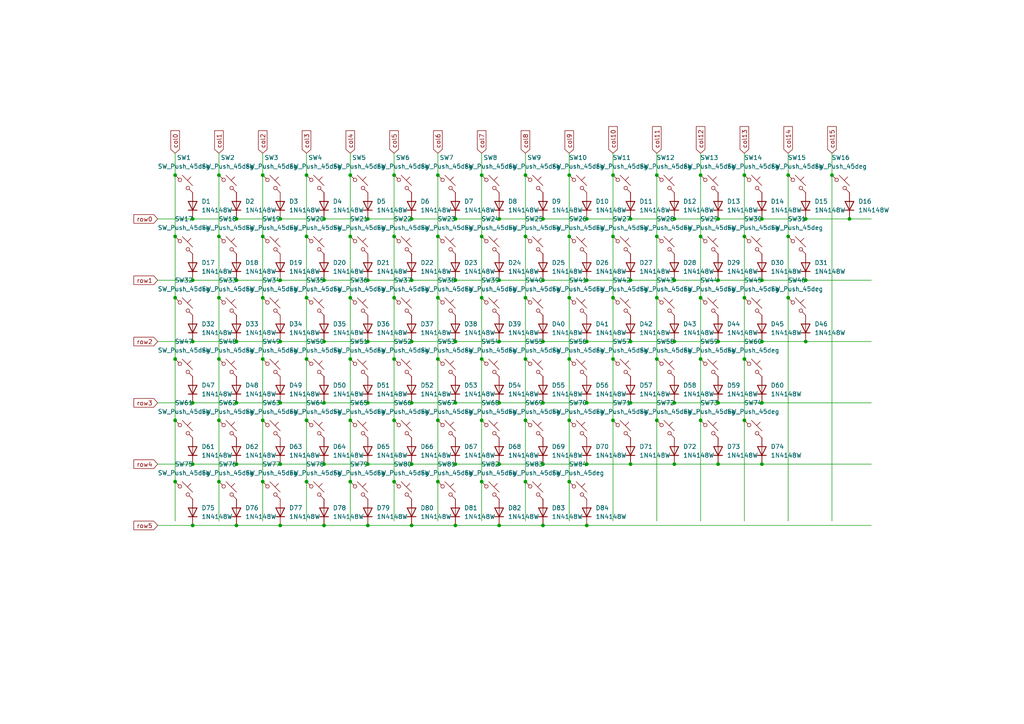
<source format=kicad_sch>
(kicad_sch (version 20250114) (generator "eeschema") (generator_version "9.0")
  (paper "A4")
  (junction (at 177.8 86.36))
  (junction (at 114.3 121.92))
  (junction (at 220.98 81.28))
  (junction (at 165.1 121.92))
  (junction (at 157.48 63.5))
  (junction (at 106.68 116.84))
  (junction (at 50.8 104.14))
  (junction (at 127 86.36))
  (junction (at 152.4 50.8))
  (junction (at 203.2 50.8))
  (junction (at 144.78 116.84))
  (junction (at 195.58 63.5))
  (junction (at 144.78 63.5))
  (junction (at 157.48 152.4))
  (junction (at 93.98 81.28))
  (junction (at 215.9 68.58))
  (junction (at 81.28 81.28))
  (junction (at 190.5 104.14))
  (junction (at 233.68 81.28))
  (junction (at 144.78 134.62))
  (junction (at 139.7 121.92))
  (junction (at 241.3 50.8))
  (junction (at 50.8 121.92))
  (junction (at 157.48 134.62))
  (junction (at 165.1 50.8))
  (junction (at 220.98 63.5))
  (junction (at 63.5 50.8))
  (junction (at 93.98 116.84))
  (junction (at 106.68 63.5))
  (junction (at 246.38 63.5))
  (junction (at 55.88 116.84))
  (junction (at 165.1 86.36))
  (junction (at 68.58 63.5))
  (junction (at 215.9 121.92))
  (junction (at 152.4 121.92))
  (junction (at 215.9 50.8))
  (junction (at 63.5 121.92))
  (junction (at 190.5 121.92))
  (junction (at 81.28 99.06))
  (junction (at 177.8 50.8))
  (junction (at 101.6 104.14))
  (junction (at 132.08 81.28))
  (junction (at 76.2 86.36))
  (junction (at 215.9 86.36))
  (junction (at 93.98 99.06))
  (junction (at 152.4 139.7))
  (junction (at 63.5 86.36))
  (junction (at 195.58 116.84))
  (junction (at 93.98 63.5))
  (junction (at 68.58 99.06))
  (junction (at 63.5 139.7))
  (junction (at 76.2 121.92))
  (junction (at 119.38 81.28))
  (junction (at 228.6 68.58))
  (junction (at 139.7 68.58))
  (junction (at 76.2 139.7))
  (junction (at 68.58 81.28))
  (junction (at 170.18 134.62))
  (junction (at 114.3 50.8))
  (junction (at 93.98 134.62))
  (junction (at 170.18 116.84))
  (junction (at 101.6 121.92))
  (junction (at 208.28 116.84))
  (junction (at 68.58 152.4))
  (junction (at 190.5 68.58))
  (junction (at 132.08 99.06))
  (junction (at 182.88 81.28))
  (junction (at 203.2 68.58))
  (junction (at 68.58 116.84))
  (junction (at 152.4 86.36))
  (junction (at 144.78 152.4))
  (junction (at 170.18 99.06))
  (junction (at 101.6 50.8))
  (junction (at 177.8 68.58))
  (junction (at 106.68 134.62))
  (junction (at 195.58 134.62))
  (junction (at 220.98 116.84))
  (junction (at 220.98 134.62))
  (junction (at 76.2 104.14))
  (junction (at 81.28 134.62))
  (junction (at 139.7 104.14))
  (junction (at 114.3 86.36))
  (junction (at 203.2 104.14))
  (junction (at 101.6 68.58))
  (junction (at 50.8 139.7))
  (junction (at 139.7 86.36))
  (junction (at 55.88 99.06))
  (junction (at 208.28 99.06))
  (junction (at 132.08 152.4))
  (junction (at 233.68 63.5))
  (junction (at 127 121.92))
  (junction (at 101.6 139.7))
  (junction (at 144.78 99.06))
  (junction (at 152.4 68.58))
  (junction (at 88.9 86.36))
  (junction (at 81.28 116.84))
  (junction (at 119.38 63.5))
  (junction (at 127 104.14))
  (junction (at 132.08 116.84))
  (junction (at 88.9 68.58))
  (junction (at 76.2 50.8))
  (junction (at 55.88 63.5))
  (junction (at 228.6 86.36))
  (junction (at 177.8 104.14))
  (junction (at 165.1 68.58))
  (junction (at 127 139.7))
  (junction (at 190.5 50.8))
  (junction (at 55.88 152.4))
  (junction (at 233.68 99.06))
  (junction (at 88.9 104.14))
  (junction (at 63.5 68.58))
  (junction (at 208.28 63.5))
  (junction (at 93.98 152.4))
  (junction (at 132.08 134.62))
  (junction (at 208.28 134.62))
  (junction (at 182.88 134.62))
  (junction (at 50.8 50.8))
  (junction (at 76.2 68.58))
  (junction (at 132.08 63.5))
  (junction (at 195.58 99.06))
  (junction (at 106.68 81.28))
  (junction (at 101.6 86.36))
  (junction (at 114.3 68.58))
  (junction (at 119.38 99.06))
  (junction (at 50.8 68.58))
  (junction (at 203.2 121.92))
  (junction (at 106.68 99.06))
  (junction (at 88.9 139.7))
  (junction (at 119.38 116.84))
  (junction (at 139.7 139.7))
  (junction (at 106.68 152.4))
  (junction (at 170.18 63.5))
  (junction (at 55.88 134.62))
  (junction (at 165.1 104.14))
  (junction (at 55.88 81.28))
  (junction (at 119.38 152.4))
  (junction (at 182.88 63.5))
  (junction (at 152.4 104.14))
  (junction (at 144.78 81.28))
  (junction (at 68.58 134.62))
  (junction (at 182.88 99.06))
  (junction (at 220.98 99.06))
  (junction (at 119.38 134.62))
  (junction (at 190.5 86.36))
  (junction (at 50.8 86.36))
  (junction (at 157.48 99.06))
  (junction (at 165.1 139.7))
  (junction (at 81.28 63.5))
  (junction (at 63.5 104.14))
  (junction (at 114.3 139.7))
  (junction (at 81.28 152.4))
  (junction (at 228.6 50.8))
  (junction (at 88.9 121.92))
  (junction (at 203.2 86.36))
  (junction (at 215.9 104.14))
  (junction (at 195.58 81.28))
  (junction (at 88.9 50.8))
  (junction (at 177.8 121.92))
  (junction (at 114.3 104.14))
  (junction (at 127 68.58))
  (junction (at 157.48 81.28))
  (junction (at 139.7 50.8))
  (junction (at 157.48 116.84))
  (junction (at 182.88 116.84))
  (junction (at 208.28 81.28))
  (junction (at 127 50.8))
  (junction (at 170.18 81.28))
  (junction (at 170.18 152.4))
  (wire (pts (xy 68.58 152.4) (xy 81.28 152.4)))
  (wire (pts (xy 203.2 86.36) (xy 203.2 104.14)))
  (wire (pts (xy 144.78 116.84) (xy 157.48 116.84)))
  (wire (pts (xy 76.2 50.8) (xy 76.2 68.58)))
  (wire (pts (xy 170.18 81.28) (xy 182.88 81.28)))
  (wire (pts (xy 81.28 99.06) (xy 93.98 99.06)))
  (wire (pts (xy 182.88 116.84) (xy 195.58 116.84)))
  (wire (pts (xy 208.28 99.06) (xy 220.98 99.06)))
  (wire (pts (xy 68.58 99.06) (xy 81.28 99.06)))
  (wire (pts (xy 228.6 68.58) (xy 228.6 86.36)))
  (wire (pts (xy 101.6 121.92) (xy 101.6 139.7)))
  (wire (pts (xy 177.8 121.92) (xy 177.8 151.13)))
  (wire (pts (xy 220.98 134.62) (xy 252.73 134.62)))
  (wire (pts (xy 127 104.14) (xy 127 121.92)))
  (wire (pts (xy 215.9 86.36) (xy 215.9 104.14)))
  (wire (pts (xy 93.98 134.62) (xy 106.68 134.62)))
  (wire (pts (xy 233.68 81.28) (xy 252.73 81.28)))
  (wire (pts (xy 132.08 116.84) (xy 144.78 116.84)))
  (wire (pts (xy 177.8 104.14) (xy 177.8 121.92)))
  (wire (pts (xy 114.3 44.45) (xy 114.3 50.8)))
  (wire (pts (xy 152.4 50.8) (xy 152.4 68.58)))
  (wire (pts (xy 45.72 116.84) (xy 55.88 116.84)))
  (wire (pts (xy 127 68.58) (xy 127 86.36)))
  (wire (pts (xy 139.7 104.14) (xy 139.7 121.92)))
  (wire (pts (xy 170.18 99.06) (xy 182.88 99.06)))
  (wire (pts (xy 132.08 152.4) (xy 144.78 152.4)))
  (wire (pts (xy 45.72 134.62) (xy 55.88 134.62)))
  (wire (pts (xy 170.18 63.5) (xy 182.88 63.5)))
  (wire (pts (xy 50.8 50.8) (xy 50.8 68.58)))
  (wire (pts (xy 127 44.45) (xy 127 50.8)))
  (wire (pts (xy 233.68 99.06) (xy 252.73 99.06)))
  (wire (pts (xy 114.3 68.58) (xy 114.3 86.36)))
  (wire (pts (xy 195.58 134.62) (xy 208.28 134.62)))
  (wire (pts (xy 55.88 152.4) (xy 68.58 152.4)))
  (wire (pts (xy 165.1 104.14) (xy 165.1 121.92)))
  (wire (pts (xy 190.5 104.14) (xy 190.5 121.92)))
  (wire (pts (xy 170.18 152.4) (xy 252.73 152.4)))
  (wire (pts (xy 190.5 121.92) (xy 190.5 151.13)))
  (wire (pts (xy 228.6 86.36) (xy 228.6 151.13)))
  (wire (pts (xy 165.1 86.36) (xy 165.1 104.14)))
  (wire (pts (xy 241.3 50.8) (xy 241.3 151.13)))
  (wire (pts (xy 132.08 81.28) (xy 144.78 81.28)))
  (wire (pts (xy 195.58 81.28) (xy 208.28 81.28)))
  (wire (pts (xy 208.28 81.28) (xy 220.98 81.28)))
  (wire (pts (xy 157.48 81.28) (xy 170.18 81.28)))
  (wire (pts (xy 81.28 116.84) (xy 93.98 116.84)))
  (wire (pts (xy 127 121.92) (xy 127 139.7)))
  (wire (pts (xy 63.5 104.14) (xy 63.5 121.92)))
  (wire (pts (xy 165.1 50.8) (xy 165.1 68.58)))
  (wire (pts (xy 63.5 44.45) (xy 63.5 50.8)))
  (wire (pts (xy 152.4 86.36) (xy 152.4 104.14)))
  (wire (pts (xy 144.78 134.62) (xy 157.48 134.62)))
  (wire (pts (xy 203.2 104.14) (xy 203.2 121.92)))
  (wire (pts (xy 119.38 116.84) (xy 132.08 116.84)))
  (wire (pts (xy 203.2 68.58) (xy 203.2 86.36)))
  (wire (pts (xy 101.6 139.7) (xy 101.6 151.13)))
  (wire (pts (xy 144.78 99.06) (xy 157.48 99.06)))
  (wire (pts (xy 76.2 121.92) (xy 76.2 139.7)))
  (wire (pts (xy 177.8 44.45) (xy 177.8 50.8)))
  (wire (pts (xy 119.38 99.06) (xy 132.08 99.06)))
  (wire (pts (xy 119.38 152.4) (xy 132.08 152.4)))
  (wire (pts (xy 195.58 99.06) (xy 208.28 99.06)))
  (wire (pts (xy 144.78 81.28) (xy 157.48 81.28)))
  (wire (pts (xy 106.68 63.5) (xy 119.38 63.5)))
  (wire (pts (xy 127 50.8) (xy 127 68.58)))
  (wire (pts (xy 88.9 139.7) (xy 88.9 151.13)))
  (wire (pts (xy 157.48 63.5) (xy 170.18 63.5)))
  (wire (pts (xy 50.8 121.92) (xy 50.8 139.7)))
  (wire (pts (xy 101.6 50.8) (xy 101.6 68.58)))
  (wire (pts (xy 152.4 44.45) (xy 152.4 50.8)))
  (wire (pts (xy 177.8 86.36) (xy 177.8 104.14)))
  (wire (pts (xy 50.8 104.14) (xy 50.8 121.92)))
  (wire (pts (xy 203.2 121.92) (xy 203.2 151.13)))
  (wire (pts (xy 63.5 86.36) (xy 63.5 104.14)))
  (wire (pts (xy 165.1 121.92) (xy 165.1 139.7)))
  (wire (pts (xy 165.1 68.58) (xy 165.1 86.36)))
  (wire (pts (xy 68.58 63.5) (xy 81.28 63.5)))
  (wire (pts (xy 93.98 152.4) (xy 106.68 152.4)))
  (wire (pts (xy 114.3 104.14) (xy 114.3 121.92)))
  (wire (pts (xy 76.2 104.14) (xy 76.2 121.92)))
  (wire (pts (xy 215.9 68.58) (xy 215.9 86.36)))
  (wire (pts (xy 55.88 99.06) (xy 68.58 99.06)))
  (wire (pts (xy 119.38 63.5) (xy 132.08 63.5)))
  (wire (pts (xy 93.98 81.28) (xy 106.68 81.28)))
  (wire (pts (xy 50.8 44.45) (xy 50.8 50.8)))
  (wire (pts (xy 55.88 116.84) (xy 68.58 116.84)))
  (wire (pts (xy 220.98 99.06) (xy 233.68 99.06)))
  (wire (pts (xy 139.7 139.7) (xy 139.7 151.13)))
  (wire (pts (xy 63.5 68.58) (xy 63.5 86.36)))
  (wire (pts (xy 101.6 104.14) (xy 101.6 121.92)))
  (wire (pts (xy 106.68 134.62) (xy 119.38 134.62)))
  (wire (pts (xy 157.48 134.62) (xy 170.18 134.62)))
  (wire (pts (xy 101.6 86.36) (xy 101.6 104.14)))
  (wire (pts (xy 68.58 134.62) (xy 81.28 134.62)))
  (wire (pts (xy 88.9 44.45) (xy 88.9 50.8)))
  (wire (pts (xy 45.72 152.4) (xy 55.88 152.4)))
  (wire (pts (xy 220.98 116.84) (xy 252.73 116.84)))
  (wire (pts (xy 81.28 81.28) (xy 93.98 81.28)))
  (wire (pts (xy 127 139.7) (xy 127 151.13)))
  (wire (pts (xy 50.8 86.36) (xy 50.8 104.14)))
  (wire (pts (xy 190.5 50.8) (xy 190.5 68.58)))
  (wire (pts (xy 215.9 121.92) (xy 215.9 151.13)))
  (wire (pts (xy 228.6 44.45) (xy 228.6 50.8)))
  (wire (pts (xy 215.9 104.14) (xy 215.9 121.92)))
  (wire (pts (xy 76.2 86.36) (xy 76.2 104.14)))
  (wire (pts (xy 170.18 134.62) (xy 182.88 134.62)))
  (wire (pts (xy 195.58 63.5) (xy 208.28 63.5)))
  (wire (pts (xy 93.98 63.5) (xy 106.68 63.5)))
  (wire (pts (xy 190.5 86.36) (xy 190.5 104.14)))
  (wire (pts (xy 114.3 50.8) (xy 114.3 68.58)))
  (wire (pts (xy 63.5 139.7) (xy 63.5 151.13)))
  (wire (pts (xy 132.08 134.62) (xy 144.78 134.62)))
  (wire (pts (xy 93.98 116.84) (xy 106.68 116.84)))
  (wire (pts (xy 177.8 68.58) (xy 177.8 86.36)))
  (wire (pts (xy 152.4 139.7) (xy 152.4 151.13)))
  (wire (pts (xy 215.9 44.45) (xy 215.9 50.8)))
  (wire (pts (xy 88.9 121.92) (xy 88.9 139.7)))
  (wire (pts (xy 208.28 134.62) (xy 220.98 134.62)))
  (wire (pts (xy 45.72 99.06) (xy 55.88 99.06)))
  (wire (pts (xy 152.4 104.14) (xy 152.4 121.92)))
  (wire (pts (xy 139.7 68.58) (xy 139.7 86.36)))
  (wire (pts (xy 76.2 44.45) (xy 76.2 50.8)))
  (wire (pts (xy 220.98 63.5) (xy 233.68 63.5)))
  (wire (pts (xy 139.7 50.8) (xy 139.7 68.58)))
  (wire (pts (xy 68.58 81.28) (xy 81.28 81.28)))
  (wire (pts (xy 106.68 81.28) (xy 119.38 81.28)))
  (wire (pts (xy 241.3 44.45) (xy 241.3 50.8)))
  (wire (pts (xy 139.7 86.36) (xy 139.7 104.14)))
  (wire (pts (xy 157.48 116.84) (xy 170.18 116.84)))
  (wire (pts (xy 165.1 44.45) (xy 165.1 50.8)))
  (wire (pts (xy 203.2 44.45) (xy 203.2 50.8)))
  (wire (pts (xy 190.5 44.45) (xy 190.5 50.8)))
  (wire (pts (xy 55.88 134.62) (xy 68.58 134.62)))
  (wire (pts (xy 132.08 99.06) (xy 144.78 99.06)))
  (wire (pts (xy 182.88 81.28) (xy 195.58 81.28)))
  (wire (pts (xy 139.7 44.45) (xy 139.7 50.8)))
  (wire (pts (xy 157.48 99.06) (xy 170.18 99.06)))
  (wire (pts (xy 114.3 139.7) (xy 114.3 151.13)))
  (wire (pts (xy 132.08 63.5) (xy 144.78 63.5)))
  (wire (pts (xy 170.18 116.84) (xy 182.88 116.84)))
  (wire (pts (xy 182.88 134.62) (xy 195.58 134.62)))
  (wire (pts (xy 208.28 63.5) (xy 220.98 63.5)))
  (wire (pts (xy 106.68 99.06) (xy 119.38 99.06)))
  (wire (pts (xy 88.9 104.14) (xy 88.9 121.92)))
  (wire (pts (xy 177.8 50.8) (xy 177.8 68.58)))
  (wire (pts (xy 152.4 121.92) (xy 152.4 139.7)))
  (wire (pts (xy 246.38 63.5) (xy 252.73 63.5)))
  (wire (pts (xy 93.98 99.06) (xy 106.68 99.06)))
  (wire (pts (xy 139.7 121.92) (xy 139.7 139.7)))
  (wire (pts (xy 182.88 63.5) (xy 195.58 63.5)))
  (wire (pts (xy 50.8 68.58) (xy 50.8 86.36)))
  (wire (pts (xy 63.5 121.92) (xy 63.5 139.7)))
  (wire (pts (xy 208.28 116.84) (xy 220.98 116.84)))
  (wire (pts (xy 119.38 81.28) (xy 132.08 81.28)))
  (wire (pts (xy 68.58 116.84) (xy 81.28 116.84)))
  (wire (pts (xy 182.88 99.06) (xy 195.58 99.06)))
  (wire (pts (xy 45.72 63.5) (xy 55.88 63.5)))
  (wire (pts (xy 119.38 134.62) (xy 132.08 134.62)))
  (wire (pts (xy 165.1 139.7) (xy 165.1 151.13)))
  (wire (pts (xy 76.2 139.7) (xy 76.2 151.13)))
  (wire (pts (xy 81.28 63.5) (xy 93.98 63.5)))
  (wire (pts (xy 190.5 68.58) (xy 190.5 86.36)))
  (wire (pts (xy 55.88 63.5) (xy 68.58 63.5)))
  (wire (pts (xy 63.5 50.8) (xy 63.5 68.58)))
  (wire (pts (xy 228.6 50.8) (xy 228.6 68.58)))
  (wire (pts (xy 152.4 68.58) (xy 152.4 86.36)))
  (wire (pts (xy 45.72 81.28) (xy 55.88 81.28)))
  (wire (pts (xy 88.9 50.8) (xy 88.9 68.58)))
  (wire (pts (xy 114.3 121.92) (xy 114.3 139.7)))
  (wire (pts (xy 101.6 44.45) (xy 101.6 50.8)))
  (wire (pts (xy 127 86.36) (xy 127 104.14)))
  (wire (pts (xy 81.28 134.62) (xy 93.98 134.62)))
  (wire (pts (xy 144.78 152.4) (xy 157.48 152.4)))
  (wire (pts (xy 114.3 86.36) (xy 114.3 104.14)))
  (wire (pts (xy 215.9 50.8) (xy 215.9 68.58)))
  (wire (pts (xy 157.48 152.4) (xy 170.18 152.4)))
  (wire (pts (xy 233.68 63.5) (xy 246.38 63.5)))
  (wire (pts (xy 220.98 81.28) (xy 233.68 81.28)))
  (wire (pts (xy 88.9 68.58) (xy 88.9 86.36)))
  (wire (pts (xy 144.78 63.5) (xy 157.48 63.5)))
  (wire (pts (xy 106.68 116.84) (xy 119.38 116.84)))
  (wire (pts (xy 76.2 68.58) (xy 76.2 86.36)))
  (wire (pts (xy 88.9 86.36) (xy 88.9 104.14)))
  (wire (pts (xy 195.58 116.84) (xy 208.28 116.84)))
  (wire (pts (xy 203.2 50.8) (xy 203.2 68.58)))
  (wire (pts (xy 106.68 152.4) (xy 119.38 152.4)))
  (wire (pts (xy 81.28 152.4) (xy 93.98 152.4)))
  (wire (pts (xy 55.88 81.28) (xy 68.58 81.28)))
  (wire (pts (xy 101.6 68.58) (xy 101.6 86.36)))
  (wire (pts (xy 50.8 139.7) (xy 50.8 151.13)))
  (global_label "row4" (shape input) (at 45.72 134.62 180) (property "Intersheetrefs" "${INTERSHEET_REFS}" (effects (hide yes))))
  (global_label "col13" (shape input) (at 215.9 44.45 90) (property "Intersheetrefs" "${INTERSHEET_REFS}" (effects (hide yes))))
  (global_label "row1" (shape input) (at 45.72 81.28 180) (property "Intersheetrefs" "${INTERSHEET_REFS}" (effects (hide yes))))
  (global_label "row2" (shape input) (at 45.72 99.06 180) (property "Intersheetrefs" "${INTERSHEET_REFS}" (effects (hide yes))))
  (global_label "row5" (shape input) (at 45.72 152.4 180) (property "Intersheetrefs" "${INTERSHEET_REFS}" (effects (hide yes))))
  (global_label "col8" (shape input) (at 152.4 44.45 90) (property "Intersheetrefs" "${INTERSHEET_REFS}" (effects (hide yes))))
  (global_label "col4" (shape input) (at 101.6 44.45 90) (property "Intersheetrefs" "${INTERSHEET_REFS}" (effects (hide yes))))
  (global_label "col1" (shape input) (at 63.5 44.45 90) (property "Intersheetrefs" "${INTERSHEET_REFS}" (effects (hide yes))))
  (global_label "col6" (shape input) (at 127 44.45 90) (property "Intersheetrefs" "${INTERSHEET_REFS}" (effects (hide yes))))
  (global_label "col14" (shape input) (at 228.6 44.45 90) (property "Intersheetrefs" "${INTERSHEET_REFS}" (effects (hide yes))))
  (global_label "col2" (shape input) (at 76.2 44.45 90) (property "Intersheetrefs" "${INTERSHEET_REFS}" (effects (hide yes))))
  (global_label "col3" (shape input) (at 88.9 44.45 90) (property "Intersheetrefs" "${INTERSHEET_REFS}" (effects (hide yes))))
  (global_label "col0" (shape input) (at 50.8 44.45 90) (property "Intersheetrefs" "${INTERSHEET_REFS}" (effects (hide yes))))
  (global_label "col15" (shape input) (at 241.3 44.45 90) (property "Intersheetrefs" "${INTERSHEET_REFS}" (effects (hide yes))))
  (global_label "col11" (shape input) (at 190.5 44.45 90) (property "Intersheetrefs" "${INTERSHEET_REFS}" (effects (hide yes))))
  (global_label "col9" (shape input) (at 165.1 44.45 90) (property "Intersheetrefs" "${INTERSHEET_REFS}" (effects (hide yes))))
  (global_label "col10" (shape input) (at 177.8 44.45 90) (property "Intersheetrefs" "${INTERSHEET_REFS}" (effects (hide yes))))
  (global_label "row3" (shape input) (at 45.72 116.84 180) (property "Intersheetrefs" "${INTERSHEET_REFS}" (effects (hide yes))))
  (global_label "col7" (shape input) (at 139.7 44.45 90) (property "Intersheetrefs" "${INTERSHEET_REFS}" (effects (hide yes))))
  (global_label "col12" (shape input) (at 203.2 44.45 90) (property "Intersheetrefs" "${INTERSHEET_REFS}" (effects (hide yes))))
  (global_label "row0" (shape input) (at 45.72 63.5 180) (property "Intersheetrefs" "${INTERSHEET_REFS}" (effects (hide yes))))
  (global_label "col5" (shape input) (at 114.3 44.45 90) (property "Intersheetrefs" "${INTERSHEET_REFS}" (effects (hide yes))))
  (symbol (lib_id "Switch:SW_Push_45deg") (at 218.44 124.46 0) (unit 1)
    (property "Reference" "SW74" (at 218.44 116.84 0))
    (property "Value" "SW_Push_45deg" (at 218.44 119.38 0))
    (property "Footprint" "PCM_Switch_Keyboard_Cherry_MX:SW_Cherry_MX_PCB" (effects (hide yes)))
    (property "Description" "Push button switch, normally open, two pins, 45° tilted" (effects (hide yes)))
  )
  (symbol (lib_id "Diode:1N4148W") (at 55.88 77.47 90) (unit 1)
    (property "Reference" "D17" (at 58.42 76.1999 90) (effects (justify right)))
    (property "Value" "1N4148W" (at 58.42 78.7399 90) (effects (justify right)))
    (property "Footprint" "Diode_SMD:D_SOD-123" (effects (hide yes)))
    (property "Datasheet" "https://www.vishay.com/docs/85748/1n4148w.pdf" (effects (hide yes)))
    (property "Description" "75V 0.15A Fast Switching Diode, SOD-123" (effects (hide yes)))
    (property "Sim.Device" "D" (effects (hide yes)))
    (property "Sim.Pins" "1=K 2=A" (effects (hide yes)))
  )
  (symbol (lib_id "Switch:SW_Push_45deg") (at 116.84 142.24 0) (unit 1)
    (property "Reference" "SW80" (at 116.84 134.62 0))
    (property "Value" "SW_Push_45deg" (at 116.84 137.16 0))
    (property "Footprint" "PCM_Switch_Keyboard_Cherry_MX:SW_Cherry_MX_PCB" (effects (hide yes)))
    (property "Description" "Push button switch, normally open, two pins, 45° tilted" (effects (hide yes)))
  )
  (symbol (lib_id "Diode:1N4148W") (at 132.08 77.47 90) (unit 1)
    (property "Reference" "D23" (at 134.62 76.1999 90) (effects (justify right)))
    (property "Value" "1N4148W" (at 134.62 78.7399 90) (effects (justify right)))
    (property "Footprint" "Diode_SMD:D_SOD-123" (effects (hide yes)))
    (property "Datasheet" "https://www.vishay.com/docs/85748/1n4148w.pdf" (effects (hide yes)))
    (property "Description" "75V 0.15A Fast Switching Diode, SOD-123" (effects (hide yes)))
    (property "Sim.Device" "D" (effects (hide yes)))
    (property "Sim.Pins" "1=K 2=A" (effects (hide yes)))
  )
  (symbol (lib_id "Diode:1N4148W") (at 170.18 59.69 90) (unit 1)
    (property "Reference" "D10" (at 172.72 58.4199 90) (effects (justify right)))
    (property "Value" "1N4148W" (at 172.72 60.9599 90) (effects (justify right)))
    (property "Footprint" "Diode_SMD:D_SOD-123" (effects (hide yes)))
    (property "Datasheet" "https://www.vishay.com/docs/85748/1n4148w.pdf" (effects (hide yes)))
    (property "Description" "75V 0.15A Fast Switching Diode, SOD-123" (effects (hide yes)))
    (property "Sim.Device" "D" (effects (hide yes)))
    (property "Sim.Pins" "1=K 2=A" (effects (hide yes)))
  )
  (symbol (lib_id "Switch:SW_Push_45deg") (at 116.84 53.34 0) (unit 1)
    (property "Reference" "SW6" (at 116.84 45.72 0))
    (property "Value" "SW_Push_45deg" (at 116.84 48.26 0))
    (property "Footprint" "PCM_Switch_Keyboard_Cherry_MX:SW_Cherry_MX_PCB" (effects (hide yes)))
    (property "Description" "Push button switch, normally open, two pins, 45° tilted" (effects (hide yes)))
  )
  (symbol (lib_id "Diode:1N4148W") (at 195.58 77.47 90) (unit 1)
    (property "Reference" "D28" (at 198.12 76.1999 90) (effects (justify right)))
    (property "Value" "1N4148W" (at 198.12 78.7399 90) (effects (justify right)))
    (property "Footprint" "Diode_SMD:D_SOD-123" (effects (hide yes)))
    (property "Datasheet" "https://www.vishay.com/docs/85748/1n4148w.pdf" (effects (hide yes)))
    (property "Description" "75V 0.15A Fast Switching Diode, SOD-123" (effects (hide yes)))
    (property "Sim.Device" "D" (effects (hide yes)))
    (property "Sim.Pins" "1=K 2=A" (effects (hide yes)))
  )
  (symbol (lib_id "Switch:SW_Push_45deg") (at 154.94 88.9 0) (unit 1)
    (property "Reference" "SW40" (at 154.94 81.28 0))
    (property "Value" "SW_Push_45deg" (at 154.94 83.82 0))
    (property "Footprint" "PCM_Switch_Keyboard_Cherry_MX:SW_Cherry_MX_PCB" (effects (hide yes)))
    (property "Description" "Push button switch, normally open, two pins, 45° tilted" (effects (hide yes)))
  )
  (symbol (lib_id "Diode:1N4148W") (at 233.68 59.69 90) (unit 1)
    (property "Reference" "D15" (at 236.22 58.4199 90) (effects (justify right)))
    (property "Value" "1N4148W" (at 236.22 60.9599 90) (effects (justify right)))
    (property "Footprint" "Diode_SMD:D_SOD-123" (effects (hide yes)))
    (property "Datasheet" "https://www.vishay.com/docs/85748/1n4148w.pdf" (effects (hide yes)))
    (property "Description" "75V 0.15A Fast Switching Diode, SOD-123" (effects (hide yes)))
    (property "Sim.Device" "D" (effects (hide yes)))
    (property "Sim.Pins" "1=K 2=A" (effects (hide yes)))
  )
  (symbol (lib_id "Switch:SW_Push_45deg") (at 78.74 53.34 0) (unit 1)
    (property "Reference" "SW3" (at 78.74 45.72 0))
    (property "Value" "SW_Push_45deg" (at 78.74 48.26 0))
    (property "Footprint" "PCM_Switch_Keyboard_Cherry_MX:SW_Cherry_MX_PCB" (effects (hide yes)))
    (property "Description" "Push button switch, normally open, two pins, 45° tilted" (effects (hide yes)))
  )
  (symbol (lib_id "Switch:SW_Push_45deg") (at 218.44 71.12 0) (unit 1)
    (property "Reference" "SW30" (at 218.44 63.5 0))
    (property "Value" "SW_Push_45deg" (at 218.44 66.04 0))
    (property "Footprint" "PCM_Switch_Keyboard_Cherry_MX:SW_Cherry_MX_PCB" (effects (hide yes)))
    (property "Description" "Push button switch, normally open, two pins, 45° tilted" (effects (hide yes)))
  )
  (symbol (lib_id "Switch:SW_Push_45deg") (at 66.04 71.12 0) (unit 1)
    (property "Reference" "SW18" (at 66.04 63.5 0))
    (property "Value" "SW_Push_45deg" (at 66.04 66.04 0))
    (property "Footprint" "PCM_Switch_Keyboard_Cherry_MX:SW_Cherry_MX_PCB" (effects (hide yes)))
    (property "Description" "Push button switch, normally open, two pins, 45° tilted" (effects (hide yes)))
  )
  (symbol (lib_id "Diode:1N4148W") (at 81.28 113.03 90) (unit 1)
    (property "Reference" "D49" (at 83.82 111.7599 90) (effects (justify right)))
    (property "Value" "1N4148W" (at 83.82 114.2999 90) (effects (justify right)))
    (property "Footprint" "Diode_SMD:D_SOD-123" (effects (hide yes)))
    (property "Datasheet" "https://www.vishay.com/docs/85748/1n4148w.pdf" (effects (hide yes)))
    (property "Description" "75V 0.15A Fast Switching Diode, SOD-123" (effects (hide yes)))
    (property "Sim.Device" "D" (effects (hide yes)))
    (property "Sim.Pins" "1=K 2=A" (effects (hide yes)))
  )
  (symbol (lib_id "Diode:1N4148W") (at 68.58 59.69 90) (unit 1)
    (property "Reference" "D2" (at 71.12 58.4199 90) (effects (justify right)))
    (property "Value" "1N4148W" (at 71.12 60.9599 90) (effects (justify right)))
    (property "Footprint" "Diode_SMD:D_SOD-123" (effects (hide yes)))
    (property "Datasheet" "https://www.vishay.com/docs/85748/1n4148w.pdf" (effects (hide yes)))
    (property "Description" "75V 0.15A Fast Switching Diode, SOD-123" (effects (hide yes)))
    (property "Sim.Device" "D" (effects (hide yes)))
    (property "Sim.Pins" "1=K 2=A" (effects (hide yes)))
  )
  (symbol (lib_id "Diode:1N4148W") (at 119.38 77.47 90) (unit 1)
    (property "Reference" "D22" (at 121.92 76.1999 90) (effects (justify right)))
    (property "Value" "1N4148W" (at 121.92 78.7399 90) (effects (justify right)))
    (property "Footprint" "Diode_SMD:D_SOD-123" (effects (hide yes)))
    (property "Datasheet" "https://www.vishay.com/docs/85748/1n4148w.pdf" (effects (hide yes)))
    (property "Description" "75V 0.15A Fast Switching Diode, SOD-123" (effects (hide yes)))
    (property "Sim.Device" "D" (effects (hide yes)))
    (property "Sim.Pins" "1=K 2=A" (effects (hide yes)))
  )
  (symbol (lib_id "Diode:1N4148W") (at 157.48 59.69 90) (unit 1)
    (property "Reference" "D9" (at 160.02 58.4199 90) (effects (justify right)))
    (property "Value" "1N4148W" (at 160.02 60.9599 90) (effects (justify right)))
    (property "Footprint" "Diode_SMD:D_SOD-123" (effects (hide yes)))
    (property "Datasheet" "https://www.vishay.com/docs/85748/1n4148w.pdf" (effects (hide yes)))
    (property "Description" "75V 0.15A Fast Switching Diode, SOD-123" (effects (hide yes)))
    (property "Sim.Device" "D" (effects (hide yes)))
    (property "Sim.Pins" "1=K 2=A" (effects (hide yes)))
  )
  (symbol (lib_id "Switch:SW_Push_45deg") (at 193.04 106.68 0) (unit 1)
    (property "Reference" "SW58" (at 193.04 99.06 0))
    (property "Value" "SW_Push_45deg" (at 193.04 101.6 0))
    (property "Footprint" "PCM_Switch_Keyboard_Cherry_MX:SW_Cherry_MX_PCB" (effects (hide yes)))
    (property "Description" "Push button switch, normally open, two pins, 45° tilted" (effects (hide yes)))
  )
  (symbol (lib_id "Switch:SW_Push_45deg") (at 142.24 71.12 0) (unit 1)
    (property "Reference" "SW24" (at 142.24 63.5 0))
    (property "Value" "SW_Push_45deg" (at 142.24 66.04 0))
    (property "Footprint" "PCM_Switch_Keyboard_Cherry_MX:SW_Cherry_MX_PCB" (effects (hide yes)))
    (property "Description" "Push button switch, normally open, two pins, 45° tilted" (effects (hide yes)))
  )
  (symbol (lib_id "Diode:1N4148W") (at 208.28 77.47 90) (unit 1)
    (property "Reference" "D29" (at 210.82 76.1999 90) (effects (justify right)))
    (property "Value" "1N4148W" (at 210.82 78.7399 90) (effects (justify right)))
    (property "Footprint" "Diode_SMD:D_SOD-123" (effects (hide yes)))
    (property "Datasheet" "https://www.vishay.com/docs/85748/1n4148w.pdf" (effects (hide yes)))
    (property "Description" "75V 0.15A Fast Switching Diode, SOD-123" (effects (hide yes)))
    (property "Sim.Device" "D" (effects (hide yes)))
    (property "Sim.Pins" "1=K 2=A" (effects (hide yes)))
  )
  (symbol (lib_id "Switch:SW_Push_45deg") (at 104.14 53.34 0) (unit 1)
    (property "Reference" "SW5" (at 104.14 45.72 0))
    (property "Value" "SW_Push_45deg" (at 104.14 48.26 0))
    (property "Footprint" "PCM_Switch_Keyboard_Cherry_MX:SW_Cherry_MX_PCB" (effects (hide yes)))
    (property "Description" "Push button switch, normally open, two pins, 45° tilted" (effects (hide yes)))
  )
  (symbol (lib_id "Switch:SW_Push_45deg") (at 129.54 71.12 0) (unit 1)
    (property "Reference" "SW23" (at 129.54 63.5 0))
    (property "Value" "SW_Push_45deg" (at 129.54 66.04 0))
    (property "Footprint" "PCM_Switch_Keyboard_Cherry_MX:SW_Cherry_MX_PCB" (effects (hide yes)))
    (property "Description" "Push button switch, normally open, two pins, 45° tilted" (effects (hide yes)))
  )
  (symbol (lib_id "Switch:SW_Push_45deg") (at 180.34 71.12 0) (unit 1)
    (property "Reference" "SW27" (at 180.34 63.5 0))
    (property "Value" "SW_Push_45deg" (at 180.34 66.04 0))
    (property "Footprint" "PCM_Switch_Keyboard_Cherry_MX:SW_Cherry_MX_PCB" (effects (hide yes)))
    (property "Description" "Push button switch, normally open, two pins, 45° tilted" (effects (hide yes)))
  )
  (symbol (lib_id "Diode:1N4148W") (at 157.48 77.47 90) (unit 1)
    (property "Reference" "D25" (at 160.02 76.1999 90) (effects (justify right)))
    (property "Value" "1N4148W" (at 160.02 78.7399 90) (effects (justify right)))
    (property "Footprint" "Diode_SMD:D_SOD-123" (effects (hide yes)))
    (property "Datasheet" "https://www.vishay.com/docs/85748/1n4148w.pdf" (effects (hide yes)))
    (property "Description" "75V 0.15A Fast Switching Diode, SOD-123" (effects (hide yes)))
    (property "Sim.Device" "D" (effects (hide yes)))
    (property "Sim.Pins" "1=K 2=A" (effects (hide yes)))
  )
  (symbol (lib_id "Switch:SW_Push_45deg") (at 66.04 106.68 0) (unit 1)
    (property "Reference" "SW48" (at 66.04 99.06 0))
    (property "Value" "SW_Push_45deg" (at 66.04 101.6 0))
    (property "Footprint" "PCM_Switch_Keyboard_Cherry_MX:SW_Cherry_MX_PCB" (effects (hide yes)))
    (property "Description" "Push button switch, normally open, two pins, 45° tilted" (effects (hide yes)))
  )
  (symbol (lib_id "Diode:1N4148W") (at 93.98 95.25 90) (unit 1)
    (property "Reference" "D35" (at 96.52 93.9799 90) (effects (justify right)))
    (property "Value" "1N4148W" (at 96.52 96.5199 90) (effects (justify right)))
    (property "Footprint" "Diode_SMD:D_SOD-123" (effects (hide yes)))
    (property "Datasheet" "https://www.vishay.com/docs/85748/1n4148w.pdf" (effects (hide yes)))
    (property "Description" "75V 0.15A Fast Switching Diode, SOD-123" (effects (hide yes)))
    (property "Sim.Device" "D" (effects (hide yes)))
    (property "Sim.Pins" "1=K 2=A" (effects (hide yes)))
  )
  (symbol (lib_id "Diode:1N4148W") (at 132.08 113.03 90) (unit 1)
    (property "Reference" "D53" (at 134.62 111.7599 90) (effects (justify right)))
    (property "Value" "1N4148W" (at 134.62 114.2999 90) (effects (justify right)))
    (property "Footprint" "Diode_SMD:D_SOD-123" (effects (hide yes)))
    (property "Datasheet" "https://www.vishay.com/docs/85748/1n4148w.pdf" (effects (hide yes)))
    (property "Description" "75V 0.15A Fast Switching Diode, SOD-123" (effects (hide yes)))
    (property "Sim.Device" "D" (effects (hide yes)))
    (property "Sim.Pins" "1=K 2=A" (effects (hide yes)))
  )
  (symbol (lib_id "Diode:1N4148W") (at 81.28 148.59 90) (unit 1)
    (property "Reference" "D77" (at 83.82 147.3199 90) (effects (justify right)))
    (property "Value" "1N4148W" (at 83.82 149.8599 90) (effects (justify right)))
    (property "Footprint" "Diode_SMD:D_SOD-123" (effects (hide yes)))
    (property "Datasheet" "https://www.vishay.com/docs/85748/1n4148w.pdf" (effects (hide yes)))
    (property "Description" "75V 0.15A Fast Switching Diode, SOD-123" (effects (hide yes)))
    (property "Sim.Device" "D" (effects (hide yes)))
    (property "Sim.Pins" "1=K 2=A" (effects (hide yes)))
  )
  (symbol (lib_id "Diode:1N4148W") (at 106.68 113.03 90) (unit 1)
    (property "Reference" "D51" (at 109.22 111.7599 90) (effects (justify right)))
    (property "Value" "1N4148W" (at 109.22 114.2999 90) (effects (justify right)))
    (property "Footprint" "Diode_SMD:D_SOD-123" (effects (hide yes)))
    (property "Datasheet" "https://www.vishay.com/docs/85748/1n4148w.pdf" (effects (hide yes)))
    (property "Description" "75V 0.15A Fast Switching Diode, SOD-123" (effects (hide yes)))
    (property "Sim.Device" "D" (effects (hide yes)))
    (property "Sim.Pins" "1=K 2=A" (effects (hide yes)))
  )
  (symbol (lib_id "Switch:SW_Push_45deg") (at 231.14 53.34 0) (unit 1)
    (property "Reference" "SW15" (at 231.14 45.72 0))
    (property "Value" "SW_Push_45deg" (at 231.14 48.26 0))
    (property "Footprint" "PCM_Switch_Keyboard_Cherry_MX:SW_Cherry_MX_PCB" (effects (hide yes)))
    (property "Description" "Push button switch, normally open, two pins, 45° tilted" (effects (hide yes)))
  )
  (symbol (lib_id "Switch:SW_Push_45deg") (at 116.84 106.68 0) (unit 1)
    (property "Reference" "SW52" (at 116.84 99.06 0))
    (property "Value" "SW_Push_45deg" (at 116.84 101.6 0))
    (property "Footprint" "PCM_Switch_Keyboard_Cherry_MX:SW_Cherry_MX_PCB" (effects (hide yes)))
    (property "Description" "Push button switch, normally open, two pins, 45° tilted" (effects (hide yes)))
  )
  (symbol (lib_id "Diode:1N4148W") (at 106.68 130.81 90) (unit 1)
    (property "Reference" "D65" (at 109.22 129.5399 90) (effects (justify right)))
    (property "Value" "1N4148W" (at 109.22 132.0799 90) (effects (justify right)))
    (property "Footprint" "Diode_SMD:D_SOD-123" (effects (hide yes)))
    (property "Datasheet" "https://www.vishay.com/docs/85748/1n4148w.pdf" (effects (hide yes)))
    (property "Description" "75V 0.15A Fast Switching Diode, SOD-123" (effects (hide yes)))
    (property "Sim.Device" "D" (effects (hide yes)))
    (property "Sim.Pins" "1=K 2=A" (effects (hide yes)))
  )
  (symbol (lib_id "Switch:SW_Push_45deg") (at 231.14 88.9 0) (unit 1)
    (property "Reference" "SW46" (at 231.14 81.28 0))
    (property "Value" "SW_Push_45deg" (at 231.14 83.82 0))
    (property "Footprint" "PCM_Switch_Keyboard_Cherry_MX:SW_Cherry_MX_PCB" (effects (hide yes)))
    (property "Description" "Push button switch, normally open, two pins, 45° tilted" (effects (hide yes)))
  )
  (symbol (lib_id "Diode:1N4148W") (at 220.98 113.03 90) (unit 1)
    (property "Reference" "D60" (at 223.52 111.7599 90) (effects (justify right)))
    (property "Value" "1N4148W" (at 223.52 114.2999 90) (effects (justify right)))
    (property "Footprint" "Diode_SMD:D_SOD-123" (effects (hide yes)))
    (property "Datasheet" "https://www.vishay.com/docs/85748/1n4148w.pdf" (effects (hide yes)))
    (property "Description" "75V 0.15A Fast Switching Diode, SOD-123" (effects (hide yes)))
    (property "Sim.Device" "D" (effects (hide yes)))
    (property "Sim.Pins" "1=K 2=A" (effects (hide yes)))
  )
  (symbol (lib_id "Diode:1N4148W") (at 55.88 113.03 90) (unit 1)
    (property "Reference" "D47" (at 58.42 111.7599 90) (effects (justify right)))
    (property "Value" "1N4148W" (at 58.42 114.2999 90) (effects (justify right)))
    (property "Footprint" "Diode_SMD:D_SOD-123" (effects (hide yes)))
    (property "Datasheet" "https://www.vishay.com/docs/85748/1n4148w.pdf" (effects (hide yes)))
    (property "Description" "75V 0.15A Fast Switching Diode, SOD-123" (effects (hide yes)))
    (property "Sim.Device" "D" (effects (hide yes)))
    (property "Sim.Pins" "1=K 2=A" (effects (hide yes)))
  )
  (symbol (lib_id "Diode:1N4148W") (at 170.18 148.59 90) (unit 1)
    (property "Reference" "D84" (at 172.72 147.3199 90) (effects (justify right)))
    (property "Value" "1N4148W" (at 172.72 149.8599 90) (effects (justify right)))
    (property "Footprint" "Diode_SMD:D_SOD-123" (effects (hide yes)))
    (property "Datasheet" "https://www.vishay.com/docs/85748/1n4148w.pdf" (effects (hide yes)))
    (property "Description" "75V 0.15A Fast Switching Diode, SOD-123" (effects (hide yes)))
    (property "Sim.Device" "D" (effects (hide yes)))
    (property "Sim.Pins" "1=K 2=A" (effects (hide yes)))
  )
  (symbol (lib_id "Diode:1N4148W") (at 132.08 130.81 90) (unit 1)
    (property "Reference" "D67" (at 134.62 129.5399 90) (effects (justify right)))
    (property "Value" "1N4148W" (at 134.62 132.0799 90) (effects (justify right)))
    (property "Footprint" "Diode_SMD:D_SOD-123" (effects (hide yes)))
    (property "Datasheet" "https://www.vishay.com/docs/85748/1n4148w.pdf" (effects (hide yes)))
    (property "Description" "75V 0.15A Fast Switching Diode, SOD-123" (effects (hide yes)))
    (property "Sim.Device" "D" (effects (hide yes)))
    (property "Sim.Pins" "1=K 2=A" (effects (hide yes)))
  )
  (symbol (lib_id "Switch:SW_Push_45deg") (at 193.04 53.34 0) (unit 1)
    (property "Reference" "SW12" (at 193.04 45.72 0))
    (property "Value" "SW_Push_45deg" (at 193.04 48.26 0))
    (property "Footprint" "PCM_Switch_Keyboard_Cherry_MX:SW_Cherry_MX_PCB" (effects (hide yes)))
    (property "Description" "Push button switch, normally open, two pins, 45° tilted" (effects (hide yes)))
  )
  (symbol (lib_id "Switch:SW_Push_45deg") (at 154.94 53.34 0) (unit 1)
    (property "Reference" "SW9" (at 154.94 45.72 0))
    (property "Value" "SW_Push_45deg" (at 154.94 48.26 0))
    (property "Footprint" "PCM_Switch_Keyboard_Cherry_MX:SW_Cherry_MX_PCB" (effects (hide yes)))
    (property "Description" "Push button switch, normally open, two pins, 45° tilted" (effects (hide yes)))
  )
  (symbol (lib_id "Switch:SW_Push_45deg") (at 78.74 106.68 0) (unit 1)
    (property "Reference" "SW49" (at 78.74 99.06 0))
    (property "Value" "SW_Push_45deg" (at 78.74 101.6 0))
    (property "Footprint" "PCM_Switch_Keyboard_Cherry_MX:SW_Cherry_MX_PCB" (effects (hide yes)))
    (property "Description" "Push button switch, normally open, two pins, 45° tilted" (effects (hide yes)))
  )
  (symbol (lib_id "Switch:SW_Push_45deg") (at 193.04 88.9 0) (unit 1)
    (property "Reference" "SW43" (at 193.04 81.28 0))
    (property "Value" "SW_Push_45deg" (at 193.04 83.82 0))
    (property "Footprint" "PCM_Switch_Keyboard_Cherry_MX:SW_Cherry_MX_PCB" (effects (hide yes)))
    (property "Description" "Push button switch, normally open, two pins, 45° tilted" (effects (hide yes)))
  )
  (symbol (lib_id "Switch:SW_Push_45deg") (at 116.84 88.9 0) (unit 1)
    (property "Reference" "SW37" (at 116.84 81.28 0))
    (property "Value" "SW_Push_45deg" (at 116.84 83.82 0))
    (property "Footprint" "PCM_Switch_Keyboard_Cherry_MX:SW_Cherry_MX_PCB" (effects (hide yes)))
    (property "Description" "Push button switch, normally open, two pins, 45° tilted" (effects (hide yes)))
  )
  (symbol (lib_id "Diode:1N4148W") (at 233.68 95.25 90) (unit 1)
    (property "Reference" "D46" (at 236.22 93.9799 90) (effects (justify right)))
    (property "Value" "1N4148W" (at 236.22 96.5199 90) (effects (justify right)))
    (property "Footprint" "Diode_SMD:D_SOD-123" (effects (hide yes)))
    (property "Datasheet" "https://www.vishay.com/docs/85748/1n4148w.pdf" (effects (hide yes)))
    (property "Description" "75V 0.15A Fast Switching Diode, SOD-123" (effects (hide yes)))
    (property "Sim.Device" "D" (effects (hide yes)))
    (property "Sim.Pins" "1=K 2=A" (effects (hide yes)))
  )
  (symbol (lib_id "Diode:1N4148W") (at 233.68 77.47 90) (unit 1)
    (property "Reference" "D31" (at 236.22 76.1999 90) (effects (justify right)))
    (property "Value" "1N4148W" (at 236.22 78.7399 90) (effects (justify right)))
    (property "Footprint" "Diode_SMD:D_SOD-123" (effects (hide yes)))
    (property "Datasheet" "https://www.vishay.com/docs/85748/1n4148w.pdf" (effects (hide yes)))
    (property "Description" "75V 0.15A Fast Switching Diode, SOD-123" (effects (hide yes)))
    (property "Sim.Device" "D" (effects (hide yes)))
    (property "Sim.Pins" "1=K 2=A" (effects (hide yes)))
  )
  (symbol (lib_id "Switch:SW_Push_45deg") (at 129.54 53.34 0) (unit 1)
    (property "Reference" "SW7" (at 129.54 45.72 0))
    (property "Value" "SW_Push_45deg" (at 129.54 48.26 0))
    (property "Footprint" "PCM_Switch_Keyboard_Cherry_MX:SW_Cherry_MX_PCB" (effects (hide yes)))
    (property "Description" "Push button switch, normally open, two pins, 45° tilted" (effects (hide yes)))
  )
  (symbol (lib_id "Diode:1N4148W") (at 220.98 59.69 90) (unit 1)
    (property "Reference" "D14" (at 223.52 58.4199 90) (effects (justify right)))
    (property "Value" "1N4148W" (at 223.52 60.9599 90) (effects (justify right)))
    (property "Footprint" "Diode_SMD:D_SOD-123" (effects (hide yes)))
    (property "Datasheet" "https://www.vishay.com/docs/85748/1n4148w.pdf" (effects (hide yes)))
    (property "Description" "75V 0.15A Fast Switching Diode, SOD-123" (effects (hide yes)))
    (property "Sim.Device" "D" (effects (hide yes)))
    (property "Sim.Pins" "1=K 2=A" (effects (hide yes)))
  )
  (symbol (lib_id "Diode:1N4148W") (at 68.58 113.03 90) (unit 1)
    (property "Reference" "D48" (at 71.12 111.7599 90) (effects (justify right)))
    (property "Value" "1N4148W" (at 71.12 114.2999 90) (effects (justify right)))
    (property "Footprint" "Diode_SMD:D_SOD-123" (effects (hide yes)))
    (property "Datasheet" "https://www.vishay.com/docs/85748/1n4148w.pdf" (effects (hide yes)))
    (property "Description" "75V 0.15A Fast Switching Diode, SOD-123" (effects (hide yes)))
    (property "Sim.Device" "D" (effects (hide yes)))
    (property "Sim.Pins" "1=K 2=A" (effects (hide yes)))
  )
  (symbol (lib_id "Diode:1N4148W") (at 220.98 95.25 90) (unit 1)
    (property "Reference" "D45" (at 223.52 93.9799 90) (effects (justify right)))
    (property "Value" "1N4148W" (at 223.52 96.5199 90) (effects (justify right)))
    (property "Footprint" "Diode_SMD:D_SOD-123" (effects (hide yes)))
    (property "Datasheet" "https://www.vishay.com/docs/85748/1n4148w.pdf" (effects (hide yes)))
    (property "Description" "75V 0.15A Fast Switching Diode, SOD-123" (effects (hide yes)))
    (property "Sim.Device" "D" (effects (hide yes)))
    (property "Sim.Pins" "1=K 2=A" (effects (hide yes)))
  )
  (symbol (lib_id "Diode:1N4148W") (at 246.38 59.69 90) (unit 1)
    (property "Reference" "D16" (at 248.92 58.4199 90) (effects (justify right)))
    (property "Value" "1N4148W" (at 248.92 60.9599 90) (effects (justify right)))
    (property "Footprint" "Diode_SMD:D_SOD-123" (effects (hide yes)))
    (property "Datasheet" "https://www.vishay.com/docs/85748/1n4148w.pdf" (effects (hide yes)))
    (property "Description" "75V 0.15A Fast Switching Diode, SOD-123" (effects (hide yes)))
    (property "Sim.Device" "D" (effects (hide yes)))
    (property "Sim.Pins" "1=K 2=A" (effects (hide yes)))
  )
  (symbol (lib_id "Switch:SW_Push_45deg") (at 129.54 106.68 0) (unit 1)
    (property "Reference" "SW53" (at 129.54 99.06 0))
    (property "Value" "SW_Push_45deg" (at 129.54 101.6 0))
    (property "Footprint" "PCM_Switch_Keyboard_Cherry_MX:SW_Cherry_MX_PCB" (effects (hide yes)))
    (property "Description" "Push button switch, normally open, two pins, 45° tilted" (effects (hide yes)))
  )
  (symbol (lib_id "Switch:SW_Push_45deg") (at 180.34 53.34 0) (unit 1)
    (property "Reference" "SW11" (at 180.34 45.72 0))
    (property "Value" "SW_Push_45deg" (at 180.34 48.26 0))
    (property "Footprint" "PCM_Switch_Keyboard_Cherry_MX:SW_Cherry_MX_PCB" (effects (hide yes)))
    (property "Description" "Push button switch, normally open, two pins, 45° tilted" (effects (hide yes)))
  )
  (symbol (lib_id "Diode:1N4148W") (at 106.68 95.25 90) (unit 1)
    (property "Reference" "D36" (at 109.22 93.9799 90) (effects (justify right)))
    (property "Value" "1N4148W" (at 109.22 96.5199 90) (effects (justify right)))
    (property "Footprint" "Diode_SMD:D_SOD-123" (effects (hide yes)))
    (property "Datasheet" "https://www.vishay.com/docs/85748/1n4148w.pdf" (effects (hide yes)))
    (property "Description" "75V 0.15A Fast Switching Diode, SOD-123" (effects (hide yes)))
    (property "Sim.Device" "D" (effects (hide yes)))
    (property "Sim.Pins" "1=K 2=A" (effects (hide yes)))
  )
  (symbol (lib_id "Diode:1N4148W") (at 208.28 59.69 90) (unit 1)
    (property "Reference" "D13" (at 210.82 58.4199 90) (effects (justify right)))
    (property "Value" "1N4148W" (at 210.82 60.9599 90) (effects (justify right)))
    (property "Footprint" "Diode_SMD:D_SOD-123" (effects (hide yes)))
    (property "Datasheet" "https://www.vishay.com/docs/85748/1n4148w.pdf" (effects (hide yes)))
    (property "Description" "75V 0.15A Fast Switching Diode, SOD-123" (effects (hide yes)))
    (property "Sim.Device" "D" (effects (hide yes)))
    (property "Sim.Pins" "1=K 2=A" (effects (hide yes)))
  )
  (symbol (lib_id "Switch:SW_Push_45deg") (at 218.44 53.34 0) (unit 1)
    (property "Reference" "SW14" (at 218.44 45.72 0))
    (property "Value" "SW_Push_45deg" (at 218.44 48.26 0))
    (property "Footprint" "PCM_Switch_Keyboard_Cherry_MX:SW_Cherry_MX_PCB" (effects (hide yes)))
    (property "Description" "Push button switch, normally open, two pins, 45° tilted" (effects (hide yes)))
  )
  (symbol (lib_id "Diode:1N4148W") (at 68.58 77.47 90) (unit 1)
    (property "Reference" "D18" (at 71.12 76.1999 90) (effects (justify right)))
    (property "Value" "1N4148W" (at 71.12 78.7399 90) (effects (justify right)))
    (property "Footprint" "Diode_SMD:D_SOD-123" (effects (hide yes)))
    (property "Datasheet" "https://www.vishay.com/docs/85748/1n4148w.pdf" (effects (hide yes)))
    (property "Description" "75V 0.15A Fast Switching Diode, SOD-123" (effects (hide yes)))
    (property "Sim.Device" "D" (effects (hide yes)))
    (property "Sim.Pins" "1=K 2=A" (effects (hide yes)))
  )
  (symbol (lib_id "Switch:SW_Push_45deg") (at 104.14 124.46 0) (unit 1)
    (property "Reference" "SW65" (at 104.14 116.84 0))
    (property "Value" "SW_Push_45deg" (at 104.14 119.38 0))
    (property "Footprint" "PCM_Switch_Keyboard_Cherry_MX:SW_Cherry_MX_PCB" (effects (hide yes)))
    (property "Description" "Push button switch, normally open, two pins, 45° tilted" (effects (hide yes)))
  )
  (symbol (lib_id "Switch:SW_Push_45deg") (at 91.44 124.46 0) (unit 1)
    (property "Reference" "SW64" (at 91.44 116.84 0))
    (property "Value" "SW_Push_45deg" (at 91.44 119.38 0))
    (property "Footprint" "PCM_Switch_Keyboard_Cherry_MX:SW_Cherry_MX_PCB" (effects (hide yes)))
    (property "Description" "Push button switch, normally open, two pins, 45° tilted" (effects (hide yes)))
  )
  (symbol (lib_id "Switch:SW_Push_45deg") (at 193.04 124.46 0) (unit 1)
    (property "Reference" "SW72" (at 193.04 116.84 0))
    (property "Value" "SW_Push_45deg" (at 193.04 119.38 0))
    (property "Footprint" "PCM_Switch_Keyboard_Cherry_MX:SW_Cherry_MX_PCB" (effects (hide yes)))
    (property "Description" "Push button switch, normally open, two pins, 45° tilted" (effects (hide yes)))
  )
  (symbol (lib_id "Switch:SW_Push_45deg") (at 167.64 53.34 0) (unit 1)
    (property "Reference" "SW10" (at 167.64 45.72 0))
    (property "Value" "SW_Push_45deg" (at 167.64 48.26 0))
    (property "Footprint" "PCM_Switch_Keyboard_Cherry_MX:SW_Cherry_MX_PCB" (effects (hide yes)))
    (property "Description" "Push button switch, normally open, two pins, 45° tilted" (effects (hide yes)))
  )
  (symbol (lib_id "Diode:1N4148W") (at 106.68 77.47 90) (unit 1)
    (property "Reference" "D21" (at 109.22 76.1999 90) (effects (justify right)))
    (property "Value" "1N4148W" (at 109.22 78.7399 90) (effects (justify right)))
    (property "Footprint" "Diode_SMD:D_SOD-123" (effects (hide yes)))
    (property "Datasheet" "https://www.vishay.com/docs/85748/1n4148w.pdf" (effects (hide yes)))
    (property "Description" "75V 0.15A Fast Switching Diode, SOD-123" (effects (hide yes)))
    (property "Sim.Device" "D" (effects (hide yes)))
    (property "Sim.Pins" "1=K 2=A" (effects (hide yes)))
  )
  (symbol (lib_id "Diode:1N4148W") (at 81.28 130.81 90) (unit 1)
    (property "Reference" "D63" (at 83.82 129.5399 90) (effects (justify right)))
    (property "Value" "1N4148W" (at 83.82 132.0799 90) (effects (justify right)))
    (property "Footprint" "Diode_SMD:D_SOD-123" (effects (hide yes)))
    (property "Datasheet" "https://www.vishay.com/docs/85748/1n4148w.pdf" (effects (hide yes)))
    (property "Description" "75V 0.15A Fast Switching Diode, SOD-123" (effects (hide yes)))
    (property "Sim.Device" "D" (effects (hide yes)))
    (property "Sim.Pins" "1=K 2=A" (effects (hide yes)))
  )
  (symbol (lib_id "Diode:1N4148W") (at 55.88 148.59 90) (unit 1)
    (property "Reference" "D75" (at 58.42 147.3199 90) (effects (justify right)))
    (property "Value" "1N4148W" (at 58.42 149.8599 90) (effects (justify right)))
    (property "Footprint" "Diode_SMD:D_SOD-123" (effects (hide yes)))
    (property "Datasheet" "https://www.vishay.com/docs/85748/1n4148w.pdf" (effects (hide yes)))
    (property "Description" "75V 0.15A Fast Switching Diode, SOD-123" (effects (hide yes)))
    (property "Sim.Device" "D" (effects (hide yes)))
    (property "Sim.Pins" "1=K 2=A" (effects (hide yes)))
  )
  (symbol (lib_id "Diode:1N4148W") (at 195.58 95.25 90) (unit 1)
    (property "Reference" "D43" (at 198.12 93.9799 90) (effects (justify right)))
    (property "Value" "1N4148W" (at 198.12 96.5199 90) (effects (justify right)))
    (property "Footprint" "Diode_SMD:D_SOD-123" (effects (hide yes)))
    (property "Datasheet" "https://www.vishay.com/docs/85748/1n4148w.pdf" (effects (hide yes)))
    (property "Description" "75V 0.15A Fast Switching Diode, SOD-123" (effects (hide yes)))
    (property "Sim.Device" "D" (effects (hide yes)))
    (property "Sim.Pins" "1=K 2=A" (effects (hide yes)))
  )
  (symbol (lib_id "Diode:1N4148W") (at 55.88 95.25 90) (unit 1)
    (property "Reference" "D32" (at 58.42 93.9799 90) (effects (justify right)))
    (property "Value" "1N4148W" (at 58.42 96.5199 90) (effects (justify right)))
    (property "Footprint" "Diode_SMD:D_SOD-123" (effects (hide yes)))
    (property "Datasheet" "https://www.vishay.com/docs/85748/1n4148w.pdf" (effects (hide yes)))
    (property "Description" "75V 0.15A Fast Switching Diode, SOD-123" (effects (hide yes)))
    (property "Sim.Device" "D" (effects (hide yes)))
    (property "Sim.Pins" "1=K 2=A" (effects (hide yes)))
  )
  (symbol (lib_id "Diode:1N4148W") (at 144.78 77.47 90) (unit 1)
    (property "Reference" "D24" (at 147.32 76.1999 90) (effects (justify right)))
    (property "Value" "1N4148W" (at 147.32 78.7399 90) (effects (justify right)))
    (property "Footprint" "Diode_SMD:D_SOD-123" (effects (hide yes)))
    (property "Datasheet" "https://www.vishay.com/docs/85748/1n4148w.pdf" (effects (hide yes)))
    (property "Description" "75V 0.15A Fast Switching Diode, SOD-123" (effects (hide yes)))
    (property "Sim.Device" "D" (effects (hide yes)))
    (property "Sim.Pins" "1=K 2=A" (effects (hide yes)))
  )
  (symbol (lib_id "Switch:SW_Push_45deg") (at 66.04 124.46 0) (unit 1)
    (property "Reference" "SW62" (at 66.04 116.84 0))
    (property "Value" "SW_Push_45deg" (at 66.04 119.38 0))
    (property "Footprint" "PCM_Switch_Keyboard_Cherry_MX:SW_Cherry_MX_PCB" (effects (hide yes)))
    (property "Description" "Push button switch, normally open, two pins, 45° tilted" (effects (hide yes)))
  )
  (symbol (lib_id "Diode:1N4148W") (at 119.38 113.03 90) (unit 1)
    (property "Reference" "D52" (at 121.92 111.7599 90) (effects (justify right)))
    (property "Value" "1N4148W" (at 121.92 114.2999 90) (effects (justify right)))
    (property "Footprint" "Diode_SMD:D_SOD-123" (effects (hide yes)))
    (property "Datasheet" "https://www.vishay.com/docs/85748/1n4148w.pdf" (effects (hide yes)))
    (property "Description" "75V 0.15A Fast Switching Diode, SOD-123" (effects (hide yes)))
    (property "Sim.Device" "D" (effects (hide yes)))
    (property "Sim.Pins" "1=K 2=A" (effects (hide yes)))
  )
  (symbol (lib_id "Switch:SW_Push_45deg") (at 154.94 106.68 0) (unit 1)
    (property "Reference" "SW55" (at 154.94 99.06 0))
    (property "Value" "SW_Push_45deg" (at 154.94 101.6 0))
    (property "Footprint" "PCM_Switch_Keyboard_Cherry_MX:SW_Cherry_MX_PCB" (effects (hide yes)))
    (property "Description" "Push button switch, normally open, two pins, 45° tilted" (effects (hide yes)))
  )
  (symbol (lib_id "Switch:SW_Push_45deg") (at 142.24 88.9 0) (unit 1)
    (property "Reference" "SW39" (at 142.24 81.28 0))
    (property "Value" "SW_Push_45deg" (at 142.24 83.82 0))
    (property "Footprint" "PCM_Switch_Keyboard_Cherry_MX:SW_Cherry_MX_PCB" (effects (hide yes)))
    (property "Description" "Push button switch, normally open, two pins, 45° tilted" (effects (hide yes)))
  )
  (symbol (lib_id "Diode:1N4148W") (at 119.38 130.81 90) (unit 1)
    (property "Reference" "D66" (at 121.92 129.5399 90) (effects (justify right)))
    (property "Value" "1N4148W" (at 121.92 132.0799 90) (effects (justify right)))
    (property "Footprint" "Diode_SMD:D_SOD-123" (effects (hide yes)))
    (property "Datasheet" "https://www.vishay.com/docs/85748/1n4148w.pdf" (effects (hide yes)))
    (property "Description" "75V 0.15A Fast Switching Diode, SOD-123" (effects (hide yes)))
    (property "Sim.Device" "D" (effects (hide yes)))
    (property "Sim.Pins" "1=K 2=A" (effects (hide yes)))
  )
  (symbol (lib_id "Diode:1N4148W") (at 195.58 113.03 90) (unit 1)
    (property "Reference" "D58" (at 198.12 111.7599 90) (effects (justify right)))
    (property "Value" "1N4148W" (at 198.12 114.2999 90) (effects (justify right)))
    (property "Footprint" "Diode_SMD:D_SOD-123" (effects (hide yes)))
    (property "Datasheet" "https://www.vishay.com/docs/85748/1n4148w.pdf" (effects (hide yes)))
    (property "Description" "75V 0.15A Fast Switching Diode, SOD-123" (effects (hide yes)))
    (property "Sim.Device" "D" (effects (hide yes)))
    (property "Sim.Pins" "1=K 2=A" (effects (hide yes)))
  )
  (symbol (lib_id "Switch:SW_Push_45deg") (at 205.74 124.46 0) (unit 1)
    (property "Reference" "SW73" (at 205.74 116.84 0))
    (property "Value" "SW_Push_45deg" (at 205.74 119.38 0))
    (property "Footprint" "PCM_Switch_Keyboard_Cherry_MX:SW_Cherry_MX_PCB" (effects (hide yes)))
    (property "Description" "Push button switch, normally open, two pins, 45° tilted" (effects (hide yes)))
  )
  (symbol (lib_id "Diode:1N4148W") (at 119.38 148.59 90) (unit 1)
    (property "Reference" "D80" (at 121.92 147.3199 90) (effects (justify right)))
    (property "Value" "1N4148W" (at 121.92 149.8599 90) (effects (justify right)))
    (property "Footprint" "Diode_SMD:D_SOD-123" (effects (hide yes)))
    (property "Datasheet" "https://www.vishay.com/docs/85748/1n4148w.pdf" (effects (hide yes)))
    (property "Description" "75V 0.15A Fast Switching Diode, SOD-123" (effects (hide yes)))
    (property "Sim.Device" "D" (effects (hide yes)))
    (property "Sim.Pins" "1=K 2=A" (effects (hide yes)))
  )
  (symbol (lib_id "Diode:1N4148W") (at 220.98 77.47 90) (unit 1)
    (property "Reference" "D30" (at 223.52 76.1999 90) (effects (justify right)))
    (property "Value" "1N4148W" (at 223.52 78.7399 90) (effects (justify right)))
    (property "Footprint" "Diode_SMD:D_SOD-123" (effects (hide yes)))
    (property "Datasheet" "https://www.vishay.com/docs/85748/1n4148w.pdf" (effects (hide yes)))
    (property "Description" "75V 0.15A Fast Switching Diode, SOD-123" (effects (hide yes)))
    (property "Sim.Device" "D" (effects (hide yes)))
    (property "Sim.Pins" "1=K 2=A" (effects (hide yes)))
  )
  (symbol (lib_id "Diode:1N4148W") (at 195.58 59.69 90) (unit 1)
    (property "Reference" "D12" (at 198.12 58.4199 90) (effects (justify right)))
    (property "Value" "1N4148W" (at 198.12 60.9599 90) (effects (justify right)))
    (property "Footprint" "Diode_SMD:D_SOD-123" (effects (hide yes)))
    (property "Datasheet" "https://www.vishay.com/docs/85748/1n4148w.pdf" (effects (hide yes)))
    (property "Description" "75V 0.15A Fast Switching Diode, SOD-123" (effects (hide yes)))
    (property "Sim.Device" "D" (effects (hide yes)))
    (property "Sim.Pins" "1=K 2=A" (effects (hide yes)))
  )
  (symbol (lib_id "Switch:SW_Push_45deg") (at 53.34 71.12 0) (unit 1)
    (property "Reference" "SW17" (at 53.34 63.5 0))
    (property "Value" "SW_Push_45deg" (at 53.34 66.04 0))
    (property "Footprint" "PCM_Switch_Keyboard_Cherry_MX:SW_Cherry_MX_PCB" (effects (hide yes)))
    (property "Description" "Push button switch, normally open, two pins, 45° tilted" (effects (hide yes)))
  )
  (symbol (lib_id "Switch:SW_Push_45deg") (at 142.24 106.68 0) (unit 1)
    (property "Reference" "SW54" (at 142.24 99.06 0))
    (property "Value" "SW_Push_45deg" (at 142.24 101.6 0))
    (property "Footprint" "PCM_Switch_Keyboard_Cherry_MX:SW_Cherry_MX_PCB" (effects (hide yes)))
    (property "Description" "Push button switch, normally open, two pins, 45° tilted" (effects (hide yes)))
  )
  (symbol (lib_id "Diode:1N4148W") (at 144.78 148.59 90) (unit 1)
    (property "Reference" "D82" (at 147.32 147.3199 90) (effects (justify right)))
    (property "Value" "1N4148W" (at 147.32 149.8599 90) (effects (justify right)))
    (property "Footprint" "Diode_SMD:D_SOD-123" (effects (hide yes)))
    (property "Datasheet" "https://www.vishay.com/docs/85748/1n4148w.pdf" (effects (hide yes)))
    (property "Description" "75V 0.15A Fast Switching Diode, SOD-123" (effects (hide yes)))
    (property "Sim.Device" "D" (effects (hide yes)))
    (property "Sim.Pins" "1=K 2=A" (effects (hide yes)))
  )
  (symbol (lib_id "Switch:SW_Push_45deg") (at 167.64 106.68 0) (unit 1)
    (property "Reference" "SW56" (at 167.64 99.06 0))
    (property "Value" "SW_Push_45deg" (at 167.64 101.6 0))
    (property "Footprint" "PCM_Switch_Keyboard_Cherry_MX:SW_Cherry_MX_PCB" (effects (hide yes)))
    (property "Description" "Push button switch, normally open, two pins, 45° tilted" (effects (hide yes)))
  )
  (symbol (lib_id "Diode:1N4148W") (at 93.98 59.69 90) (unit 1)
    (property "Reference" "D4" (at 96.52 58.4199 90) (effects (justify right)))
    (property "Value" "1N4148W" (at 96.52 60.9599 90) (effects (justify right)))
    (property "Footprint" "Diode_SMD:D_SOD-123" (effects (hide yes)))
    (property "Datasheet" "https://www.vishay.com/docs/85748/1n4148w.pdf" (effects (hide yes)))
    (property "Description" "75V 0.15A Fast Switching Diode, SOD-123" (effects (hide yes)))
    (property "Sim.Device" "D" (effects (hide yes)))
    (property "Sim.Pins" "1=K 2=A" (effects (hide yes)))
  )
  (symbol (lib_id "Switch:SW_Push_45deg") (at 53.34 124.46 0) (unit 1)
    (property "Reference" "SW61" (at 53.34 116.84 0))
    (property "Value" "SW_Push_45deg" (at 53.34 119.38 0))
    (property "Footprint" "PCM_Switch_Keyboard_Cherry_MX:SW_Cherry_MX_PCB" (effects (hide yes)))
    (property "Description" "Push button switch, normally open, two pins, 45° tilted" (effects (hide yes)))
  )
  (symbol (lib_id "Diode:1N4148W") (at 182.88 113.03 90) (unit 1)
    (property "Reference" "D57" (at 185.42 111.7599 90) (effects (justify right)))
    (property "Value" "1N4148W" (at 185.42 114.2999 90) (effects (justify right)))
    (property "Footprint" "Diode_SMD:D_SOD-123" (effects (hide yes)))
    (property "Datasheet" "https://www.vishay.com/docs/85748/1n4148w.pdf" (effects (hide yes)))
    (property "Description" "75V 0.15A Fast Switching Diode, SOD-123" (effects (hide yes)))
    (property "Sim.Device" "D" (effects (hide yes)))
    (property "Sim.Pins" "1=K 2=A" (effects (hide yes)))
  )
  (symbol (lib_id "Diode:1N4148W") (at 182.88 95.25 90) (unit 1)
    (property "Reference" "D42" (at 185.42 93.9799 90) (effects (justify right)))
    (property "Value" "1N4148W" (at 185.42 96.5199 90) (effects (justify right)))
    (property "Footprint" "Diode_SMD:D_SOD-123" (effects (hide yes)))
    (property "Datasheet" "https://www.vishay.com/docs/85748/1n4148w.pdf" (effects (hide yes)))
    (property "Description" "75V 0.15A Fast Switching Diode, SOD-123" (effects (hide yes)))
    (property "Sim.Device" "D" (effects (hide yes)))
    (property "Sim.Pins" "1=K 2=A" (effects (hide yes)))
  )
  (symbol (lib_id "Switch:SW_Push_45deg") (at 167.64 71.12 0) (unit 1)
    (property "Reference" "SW26" (at 167.64 63.5 0))
    (property "Value" "SW_Push_45deg" (at 167.64 66.04 0))
    (property "Footprint" "PCM_Switch_Keyboard_Cherry_MX:SW_Cherry_MX_PCB" (effects (hide yes)))
    (property "Description" "Push button switch, normally open, two pins, 45° tilted" (effects (hide yes)))
  )
  (symbol (lib_id "Switch:SW_Push_45deg") (at 78.74 88.9 0) (unit 1)
    (property "Reference" "SW34" (at 78.74 81.28 0))
    (property "Value" "SW_Push_45deg" (at 78.74 83.82 0))
    (property "Footprint" "PCM_Switch_Keyboard_Cherry_MX:SW_Cherry_MX_PCB" (effects (hide yes)))
    (property "Description" "Push button switch, normally open, two pins, 45° tilted" (effects (hide yes)))
  )
  (symbol (lib_id "Switch:SW_Push_45deg") (at 78.74 71.12 0) (unit 1)
    (property "Reference" "SW19" (at 78.74 63.5 0))
    (property "Value" "SW_Push_45deg" (at 78.74 66.04 0))
    (property "Footprint" "PCM_Switch_Keyboard_Cherry_MX:SW_Cherry_MX_PCB" (effects (hide yes)))
    (property "Description" "Push button switch, normally open, two pins, 45° tilted" (effects (hide yes)))
  )
  (symbol (lib_id "Switch:SW_Push_45deg") (at 205.74 106.68 0) (unit 1)
    (property "Reference" "SW59" (at 205.74 99.06 0))
    (property "Value" "SW_Push_45deg" (at 205.74 101.6 0))
    (property "Footprint" "PCM_Switch_Keyboard_Cherry_MX:SW_Cherry_MX_PCB" (effects (hide yes)))
    (property "Description" "Push button switch, normally open, two pins, 45° tilted" (effects (hide yes)))
  )
  (symbol (lib_id "Diode:1N4148W") (at 170.18 77.47 90) (unit 1)
    (property "Reference" "D26" (at 172.72 76.1999 90) (effects (justify right)))
    (property "Value" "1N4148W" (at 172.72 78.7399 90) (effects (justify right)))
    (property "Footprint" "Diode_SMD:D_SOD-123" (effects (hide yes)))
    (property "Datasheet" "https://www.vishay.com/docs/85748/1n4148w.pdf" (effects (hide yes)))
    (property "Description" "75V 0.15A Fast Switching Diode, SOD-123" (effects (hide yes)))
    (property "Sim.Device" "D" (effects (hide yes)))
    (property "Sim.Pins" "1=K 2=A" (effects (hide yes)))
  )
  (symbol (lib_id "Switch:SW_Push_45deg") (at 104.14 106.68 0) (unit 1)
    (property "Reference" "SW51" (at 104.14 99.06 0))
    (property "Value" "SW_Push_45deg" (at 104.14 101.6 0))
    (property "Footprint" "PCM_Switch_Keyboard_Cherry_MX:SW_Cherry_MX_PCB" (effects (hide yes)))
    (property "Description" "Push button switch, normally open, two pins, 45° tilted" (effects (hide yes)))
  )
  (symbol (lib_id "Switch:SW_Push_45deg") (at 218.44 88.9 0) (unit 1)
    (property "Reference" "SW45" (at 218.44 81.28 0))
    (property "Value" "SW_Push_45deg" (at 218.44 83.82 0))
    (property "Footprint" "PCM_Switch_Keyboard_Cherry_MX:SW_Cherry_MX_PCB" (effects (hide yes)))
    (property "Description" "Push button switch, normally open, two pins, 45° tilted" (effects (hide yes)))
  )
  (symbol (lib_id "Switch:SW_Push_45deg") (at 180.34 124.46 0) (unit 1)
    (property "Reference" "SW71" (at 180.34 116.84 0))
    (property "Value" "SW_Push_45deg" (at 180.34 119.38 0))
    (property "Footprint" "PCM_Switch_Keyboard_Cherry_MX:SW_Cherry_MX_PCB" (effects (hide yes)))
    (property "Description" "Push button switch, normally open, two pins, 45° tilted" (effects (hide yes)))
  )
  (symbol (lib_id "Diode:1N4148W") (at 157.48 130.81 90) (unit 1)
    (property "Reference" "D69" (at 160.02 129.5399 90) (effects (justify right)))
    (property "Value" "1N4148W" (at 160.02 132.0799 90) (effects (justify right)))
    (property "Footprint" "Diode_SMD:D_SOD-123" (effects (hide yes)))
    (property "Datasheet" "https://www.vishay.com/docs/85748/1n4148w.pdf" (effects (hide yes)))
    (property "Description" "75V 0.15A Fast Switching Diode, SOD-123" (effects (hide yes)))
    (property "Sim.Device" "D" (effects (hide yes)))
    (property "Sim.Pins" "1=K 2=A" (effects (hide yes)))
  )
  (symbol (lib_id "Switch:SW_Push_45deg") (at 154.94 124.46 0) (unit 1)
    (property "Reference" "SW69" (at 154.94 116.84 0))
    (property "Value" "SW_Push_45deg" (at 154.94 119.38 0))
    (property "Footprint" "PCM_Switch_Keyboard_Cherry_MX:SW_Cherry_MX_PCB" (effects (hide yes)))
    (property "Description" "Push button switch, normally open, two pins, 45° tilted" (effects (hide yes)))
  )
  (symbol (lib_id "Diode:1N4148W") (at 144.78 113.03 90) (unit 1)
    (property "Reference" "D54" (at 147.32 111.7599 90) (effects (justify right)))
    (property "Value" "1N4148W" (at 147.32 114.2999 90) (effects (justify right)))
    (property "Footprint" "Diode_SMD:D_SOD-123" (effects (hide yes)))
    (property "Datasheet" "https://www.vishay.com/docs/85748/1n4148w.pdf" (effects (hide yes)))
    (property "Description" "75V 0.15A Fast Switching Diode, SOD-123" (effects (hide yes)))
    (property "Sim.Device" "D" (effects (hide yes)))
    (property "Sim.Pins" "1=K 2=A" (effects (hide yes)))
  )
  (symbol (lib_id "Switch:SW_Push_45deg") (at 142.24 142.24 0) (unit 1)
    (property "Reference" "SW82" (at 142.24 134.62 0))
    (property "Value" "SW_Push_45deg" (at 142.24 137.16 0))
    (property "Footprint" "PCM_Switch_Keyboard_Cherry_MX:SW_Cherry_MX_PCB" (effects (hide yes)))
    (property "Description" "Push button switch, normally open, two pins, 45° tilted" (effects (hide yes)))
  )
  (symbol (lib_id "Diode:1N4148W") (at 208.28 113.03 90) (unit 1)
    (property "Reference" "D59" (at 210.82 111.7599 90) (effects (justify right)))
    (property "Value" "1N4148W" (at 210.82 114.2999 90) (effects (justify right)))
    (property "Footprint" "Diode_SMD:D_SOD-123" (effects (hide yes)))
    (property "Datasheet" "https://www.vishay.com/docs/85748/1n4148w.pdf" (effects (hide yes)))
    (property "Description" "75V 0.15A Fast Switching Diode, SOD-123" (effects (hide yes)))
    (property "Sim.Device" "D" (effects (hide yes)))
    (property "Sim.Pins" "1=K 2=A" (effects (hide yes)))
  )
  (symbol (lib_id "Diode:1N4148W") (at 81.28 77.47 90) (unit 1)
    (property "Reference" "D19" (at 83.82 76.1999 90) (effects (justify right)))
    (property "Value" "1N4148W" (at 83.82 78.7399 90) (effects (justify right)))
    (property "Footprint" "Diode_SMD:D_SOD-123" (effects (hide yes)))
    (property "Datasheet" "https://www.vishay.com/docs/85748/1n4148w.pdf" (effects (hide yes)))
    (property "Description" "75V 0.15A Fast Switching Diode, SOD-123" (effects (hide yes)))
    (property "Sim.Device" "D" (effects (hide yes)))
    (property "Sim.Pins" "1=K 2=A" (effects (hide yes)))
  )
  (symbol (lib_id "Switch:SW_Push_45deg") (at 78.74 142.24 0) (unit 1)
    (property "Reference" "SW77" (at 78.74 134.62 0))
    (property "Value" "SW_Push_45deg" (at 78.74 137.16 0))
    (property "Footprint" "PCM_Switch_Keyboard_Cherry_MX:SW_Cherry_MX_PCB" (effects (hide yes)))
    (property "Description" "Push button switch, normally open, two pins, 45° tilted" (effects (hide yes)))
  )
  (symbol (lib_id "Switch:SW_Push_45deg") (at 205.74 53.34 0) (unit 1)
    (property "Reference" "SW13" (at 205.74 45.72 0))
    (property "Value" "SW_Push_45deg" (at 205.74 48.26 0))
    (property "Footprint" "PCM_Switch_Keyboard_Cherry_MX:SW_Cherry_MX_PCB" (effects (hide yes)))
    (property "Description" "Push button switch, normally open, two pins, 45° tilted" (effects (hide yes)))
  )
  (symbol (lib_id "Diode:1N4148W") (at 182.88 59.69 90) (unit 1)
    (property "Reference" "D11" (at 185.42 58.4199 90) (effects (justify right)))
    (property "Value" "1N4148W" (at 185.42 60.9599 90) (effects (justify right)))
    (property "Footprint" "Diode_SMD:D_SOD-123" (effects (hide yes)))
    (property "Datasheet" "https://www.vishay.com/docs/85748/1n4148w.pdf" (effects (hide yes)))
    (property "Description" "75V 0.15A Fast Switching Diode, SOD-123" (effects (hide yes)))
    (property "Sim.Device" "D" (effects (hide yes)))
    (property "Sim.Pins" "1=K 2=A" (effects (hide yes)))
  )
  (symbol (lib_id "Diode:1N4148W") (at 81.28 59.69 90) (unit 1)
    (property "Reference" "D3" (at 83.82 58.4199 90) (effects (justify right)))
    (property "Value" "1N4148W" (at 83.82 60.9599 90) (effects (justify right)))
    (property "Footprint" "Diode_SMD:D_SOD-123" (effects (hide yes)))
    (property "Datasheet" "https://www.vishay.com/docs/85748/1n4148w.pdf" (effects (hide yes)))
    (property "Description" "75V 0.15A Fast Switching Diode, SOD-123" (effects (hide yes)))
    (property "Sim.Device" "D" (effects (hide yes)))
    (property "Sim.Pins" "1=K 2=A" (effects (hide yes)))
  )
  (symbol (lib_id "Switch:SW_Push_45deg") (at 129.54 124.46 0) (unit 1)
    (property "Reference" "SW67" (at 129.54 116.84 0))
    (property "Value" "SW_Push_45deg" (at 129.54 119.38 0))
    (property "Footprint" "PCM_Switch_Keyboard_Cherry_MX:SW_Cherry_MX_PCB" (effects (hide yes)))
    (property "Description" "Push button switch, normally open, two pins, 45° tilted" (effects (hide yes)))
  )
  (symbol (lib_id "Diode:1N4148W") (at 119.38 59.69 90) (unit 1)
    (property "Reference" "D6" (at 121.92 58.4199 90) (effects (justify right)))
    (property "Value" "1N4148W" (at 121.92 60.9599 90) (effects (justify right)))
    (property "Footprint" "Diode_SMD:D_SOD-123" (effects (hide yes)))
    (property "Datasheet" "https://www.vishay.com/docs/85748/1n4148w.pdf" (effects (hide yes)))
    (property "Description" "75V 0.15A Fast Switching Diode, SOD-123" (effects (hide yes)))
    (property "Sim.Device" "D" (effects (hide yes)))
    (property "Sim.Pins" "1=K 2=A" (effects (hide yes)))
  )
  (symbol (lib_id "Switch:SW_Push_45deg") (at 53.34 53.34 0) (unit 1)
    (property "Reference" "SW1" (at 53.34 45.72 0))
    (property "Value" "SW_Push_45deg" (at 53.34 48.26 0))
    (property "Footprint" "PCM_Switch_Keyboard_Cherry_MX:SW_Cherry_MX_PCB" (effects (hide yes)))
    (property "Description" "Push button switch, normally open, two pins, 45° tilted" (effects (hide yes)))
  )
  (symbol (lib_id "Diode:1N4148W") (at 93.98 113.03 90) (unit 1)
    (property "Reference" "D50" (at 96.52 111.7599 90) (effects (justify right)))
    (property "Value" "1N4148W" (at 96.52 114.2999 90) (effects (justify right)))
    (property "Footprint" "Diode_SMD:D_SOD-123" (effects (hide yes)))
    (property "Datasheet" "https://www.vishay.com/docs/85748/1n4148w.pdf" (effects (hide yes)))
    (property "Description" "75V 0.15A Fast Switching Diode, SOD-123" (effects (hide yes)))
    (property "Sim.Device" "D" (effects (hide yes)))
    (property "Sim.Pins" "1=K 2=A" (effects (hide yes)))
  )
  (symbol (lib_id "Diode:1N4148W") (at 182.88 130.81 90) (unit 1)
    (property "Reference" "D71" (at 185.42 129.5399 90) (effects (justify right)))
    (property "Value" "1N4148W" (at 185.42 132.0799 90) (effects (justify right)))
    (property "Footprint" "Diode_SMD:D_SOD-123" (effects (hide yes)))
    (property "Datasheet" "https://www.vishay.com/docs/85748/1n4148w.pdf" (effects (hide yes)))
    (property "Description" "75V 0.15A Fast Switching Diode, SOD-123" (effects (hide yes)))
    (property "Sim.Device" "D" (effects (hide yes)))
    (property "Sim.Pins" "1=K 2=A" (effects (hide yes)))
  )
  (symbol (lib_id "Switch:SW_Push_45deg") (at 205.74 88.9 0) (unit 1)
    (property "Reference" "SW44" (at 205.74 81.28 0))
    (property "Value" "SW_Push_45deg" (at 205.74 83.82 0))
    (property "Footprint" "PCM_Switch_Keyboard_Cherry_MX:SW_Cherry_MX_PCB" (effects (hide yes)))
    (property "Description" "Push button switch, normally open, two pins, 45° tilted" (effects (hide yes)))
  )
  (symbol (lib_id "Switch:SW_Push_45deg") (at 180.34 88.9 0) (unit 1)
    (property "Reference" "SW42" (at 180.34 81.28 0))
    (property "Value" "SW_Push_45deg" (at 180.34 83.82 0))
    (property "Footprint" "PCM_Switch_Keyboard_Cherry_MX:SW_Cherry_MX_PCB" (effects (hide yes)))
    (property "Description" "Push button switch, normally open, two pins, 45° tilted" (effects (hide yes)))
  )
  (symbol (lib_id "Switch:SW_Push_45deg") (at 231.14 71.12 0) (unit 1)
    (property "Reference" "SW31" (at 231.14 63.5 0))
    (property "Value" "SW_Push_45deg" (at 231.14 66.04 0))
    (property "Footprint" "PCM_Switch_Keyboard_Cherry_MX:SW_Cherry_MX_PCB" (effects (hide yes)))
    (property "Description" "Push button switch, normally open, two pins, 45° tilted" (effects (hide yes)))
  )
  (symbol (lib_id "Diode:1N4148W") (at 132.08 95.25 90) (unit 1)
    (property "Reference" "D38" (at 134.62 93.9799 90) (effects (justify right)))
    (property "Value" "1N4148W" (at 134.62 96.5199 90) (effects (justify right)))
    (property "Footprint" "Diode_SMD:D_SOD-123" (effects (hide yes)))
    (property "Datasheet" "https://www.vishay.com/docs/85748/1n4148w.pdf" (effects (hide yes)))
    (property "Description" "75V 0.15A Fast Switching Diode, SOD-123" (effects (hide yes)))
    (property "Sim.Device" "D" (effects (hide yes)))
    (property "Sim.Pins" "1=K 2=A" (effects (hide yes)))
  )
  (symbol (lib_id "Switch:SW_Push_45deg") (at 142.24 53.34 0) (unit 1)
    (property "Reference" "SW8" (at 142.24 45.72 0))
    (property "Value" "SW_Push_45deg" (at 142.24 48.26 0))
    (property "Footprint" "PCM_Switch_Keyboard_Cherry_MX:SW_Cherry_MX_PCB" (effects (hide yes)))
    (property "Description" "Push button switch, normally open, two pins, 45° tilted" (effects (hide yes)))
  )
  (symbol (lib_id "Switch:SW_Push_45deg") (at 66.04 88.9 0) (unit 1)
    (property "Reference" "SW33" (at 66.04 81.28 0))
    (property "Value" "SW_Push_45deg" (at 66.04 83.82 0))
    (property "Footprint" "PCM_Switch_Keyboard_Cherry_MX:SW_Cherry_MX_PCB" (effects (hide yes)))
    (property "Description" "Push button switch, normally open, two pins, 45° tilted" (effects (hide yes)))
  )
  (symbol (lib_id "Switch:SW_Push_45deg") (at 193.04 71.12 0) (unit 1)
    (property "Reference" "SW28" (at 193.04 63.5 0))
    (property "Value" "SW_Push_45deg" (at 193.04 66.04 0))
    (property "Footprint" "PCM_Switch_Keyboard_Cherry_MX:SW_Cherry_MX_PCB" (effects (hide yes)))
    (property "Description" "Push button switch, normally open, two pins, 45° tilted" (effects (hide yes)))
  )
  (symbol (lib_id "Diode:1N4148W") (at 195.58 130.81 90) (unit 1)
    (property "Reference" "D72" (at 198.12 129.5399 90) (effects (justify right)))
    (property "Value" "1N4148W" (at 198.12 132.0799 90) (effects (justify right)))
    (property "Footprint" "Diode_SMD:D_SOD-123" (effects (hide yes)))
    (property "Datasheet" "https://www.vishay.com/docs/85748/1n4148w.pdf" (effects (hide yes)))
    (property "Description" "75V 0.15A Fast Switching Diode, SOD-123" (effects (hide yes)))
    (property "Sim.Device" "D" (effects (hide yes)))
    (property "Sim.Pins" "1=K 2=A" (effects (hide yes)))
  )
  (symbol (lib_id "Switch:SW_Push_45deg") (at 243.84 53.34 0) (unit 1)
    (property "Reference" "SW16" (at 243.84 45.72 0))
    (property "Value" "SW_Push_45deg" (at 243.84 48.26 0))
    (property "Footprint" "PCM_Switch_Keyboard_Cherry_MX:SW_Cherry_MX_PCB" (effects (hide yes)))
    (property "Description" "Push button switch, normally open, two pins, 45° tilted" (effects (hide yes)))
  )
  (symbol (lib_id "Switch:SW_Push_45deg") (at 91.44 53.34 0) (unit 1)
    (property "Reference" "SW4" (at 91.44 45.72 0))
    (property "Value" "SW_Push_45deg" (at 91.44 48.26 0))
    (property "Footprint" "PCM_Switch_Keyboard_Cherry_MX:SW_Cherry_MX_PCB" (effects (hide yes)))
    (property "Description" "Push button switch, normally open, two pins, 45° tilted" (effects (hide yes)))
  )
  (symbol (lib_id "Diode:1N4148W") (at 132.08 59.69 90) (unit 1)
    (property "Reference" "D7" (at 134.62 58.4199 90) (effects (justify right)))
    (property "Value" "1N4148W" (at 134.62 60.9599 90) (effects (justify right)))
    (property "Footprint" "Diode_SMD:D_SOD-123" (effects (hide yes)))
    (property "Datasheet" "https://www.vishay.com/docs/85748/1n4148w.pdf" (effects (hide yes)))
    (property "Description" "75V 0.15A Fast Switching Diode, SOD-123" (effects (hide yes)))
    (property "Sim.Device" "D" (effects (hide yes)))
    (property "Sim.Pins" "1=K 2=A" (effects (hide yes)))
  )
  (symbol (lib_id "Diode:1N4148W") (at 157.48 113.03 90) (unit 1)
    (property "Reference" "D55" (at 160.02 111.7599 90) (effects (justify right)))
    (property "Value" "1N4148W" (at 160.02 114.2999 90) (effects (justify right)))
    (property "Footprint" "Diode_SMD:D_SOD-123" (effects (hide yes)))
    (property "Datasheet" "https://www.vishay.com/docs/85748/1n4148w.pdf" (effects (hide yes)))
    (property "Description" "75V 0.15A Fast Switching Diode, SOD-123" (effects (hide yes)))
    (property "Sim.Device" "D" (effects (hide yes)))
    (property "Sim.Pins" "1=K 2=A" (effects (hide yes)))
  )
  (symbol (lib_id "Switch:SW_Push_45deg") (at 104.14 142.24 0) (unit 1)
    (property "Reference" "SW79" (at 104.14 134.62 0))
    (property "Value" "SW_Push_45deg" (at 104.14 137.16 0))
    (property "Footprint" "PCM_Switch_Keyboard_Cherry_MX:SW_Cherry_MX_PCB" (effects (hide yes)))
    (property "Description" "Push button switch, normally open, two pins, 45° tilted" (effects (hide yes)))
  )
  (symbol (lib_id "Switch:SW_Push_45deg") (at 116.84 124.46 0) (unit 1)
    (property "Reference" "SW66" (at 116.84 116.84 0))
    (property "Value" "SW_Push_45deg" (at 116.84 119.38 0))
    (property "Footprint" "PCM_Switch_Keyboard_Cherry_MX:SW_Cherry_MX_PCB" (effects (hide yes)))
    (property "Description" "Push button switch, normally open, two pins, 45° tilted" (effects (hide yes)))
  )
  (symbol (lib_id "Diode:1N4148W") (at 157.48 95.25 90) (unit 1)
    (property "Reference" "D40" (at 160.02 93.9799 90) (effects (justify right)))
    (property "Value" "1N4148W" (at 160.02 96.5199 90) (effects (justify right)))
    (property "Footprint" "Diode_SMD:D_SOD-123" (effects (hide yes)))
    (property "Datasheet" "https://www.vishay.com/docs/85748/1n4148w.pdf" (effects (hide yes)))
    (property "Description" "75V 0.15A Fast Switching Diode, SOD-123" (effects (hide yes)))
    (property "Sim.Device" "D" (effects (hide yes)))
    (property "Sim.Pins" "1=K 2=A" (effects (hide yes)))
  )
  (symbol (lib_id "Diode:1N4148W") (at 208.28 95.25 90) (unit 1)
    (property "Reference" "D44" (at 210.82 93.9799 90) (effects (justify right)))
    (property "Value" "1N4148W" (at 210.82 96.5199 90) (effects (justify right)))
    (property "Footprint" "Diode_SMD:D_SOD-123" (effects (hide yes)))
    (property "Datasheet" "https://www.vishay.com/docs/85748/1n4148w.pdf" (effects (hide yes)))
    (property "Description" "75V 0.15A Fast Switching Diode, SOD-123" (effects (hide yes)))
    (property "Sim.Device" "D" (effects (hide yes)))
    (property "Sim.Pins" "1=K 2=A" (effects (hide yes)))
  )
  (symbol (lib_id "Diode:1N4148W") (at 144.78 59.69 90) (unit 1)
    (property "Reference" "D8" (at 147.32 58.4199 90) (effects (justify right)))
    (property "Value" "1N4148W" (at 147.32 60.9599 90) (effects (justify right)))
    (property "Footprint" "Diode_SMD:D_SOD-123" (effects (hide yes)))
    (property "Datasheet" "https://www.vishay.com/docs/85748/1n4148w.pdf" (effects (hide yes)))
    (property "Description" "75V 0.15A Fast Switching Diode, SOD-123" (effects (hide yes)))
    (property "Sim.Device" "D" (effects (hide yes)))
    (property "Sim.Pins" "1=K 2=A" (effects (hide yes)))
  )
  (symbol (lib_id "Switch:SW_Push_45deg") (at 129.54 88.9 0) (unit 1)
    (property "Reference" "SW38" (at 129.54 81.28 0))
    (property "Value" "SW_Push_45deg" (at 129.54 83.82 0))
    (property "Footprint" "PCM_Switch_Keyboard_Cherry_MX:SW_Cherry_MX_PCB" (effects (hide yes)))
    (property "Description" "Push button switch, normally open, two pins, 45° tilted" (effects (hide yes)))
  )
  (symbol (lib_id "Diode:1N4148W") (at 55.88 130.81 90) (unit 1)
    (property "Reference" "D61" (at 58.42 129.5399 90) (effects (justify right)))
    (property "Value" "1N4148W" (at 58.42 132.0799 90) (effects (justify right)))
    (property "Footprint" "Diode_SMD:D_SOD-123" (effects (hide yes)))
    (property "Datasheet" "https://www.vishay.com/docs/85748/1n4148w.pdf" (effects (hide yes)))
    (property "Description" "75V 0.15A Fast Switching Diode, SOD-123" (effects (hide yes)))
    (property "Sim.Device" "D" (effects (hide yes)))
    (property "Sim.Pins" "1=K 2=A" (effects (hide yes)))
  )
  (symbol (lib_id "Switch:SW_Push_45deg") (at 167.64 142.24 0) (unit 1)
    (property "Reference" "SW84" (at 167.64 134.62 0))
    (property "Value" "SW_Push_45deg" (at 167.64 137.16 0))
    (property "Footprint" "PCM_Switch_Keyboard_Cherry_MX:SW_Cherry_MX_PCB" (effects (hide yes)))
    (property "Description" "Push button switch, normally open, two pins, 45° tilted" (effects (hide yes)))
  )
  (symbol (lib_id "Switch:SW_Push_45deg") (at 154.94 142.24 0) (unit 1)
    (property "Reference" "SW83" (at 154.94 134.62 0))
    (property "Value" "SW_Push_45deg" (at 154.94 137.16 0))
    (property "Footprint" "PCM_Switch_Keyboard_Cherry_MX:SW_Cherry_MX_PCB" (effects (hide yes)))
    (property "Description" "Push button switch, normally open, two pins, 45° tilted" (effects (hide yes)))
  )
  (symbol (lib_id "Diode:1N4148W") (at 68.58 148.59 90) (unit 1)
    (property "Reference" "D76" (at 71.12 147.3199 90) (effects (justify right)))
    (property "Value" "1N4148W" (at 71.12 149.8599 90) (effects (justify right)))
    (property "Footprint" "Diode_SMD:D_SOD-123" (effects (hide yes)))
    (property "Datasheet" "https://www.vishay.com/docs/85748/1n4148w.pdf" (effects (hide yes)))
    (property "Description" "75V 0.15A Fast Switching Diode, SOD-123" (effects (hide yes)))
    (property "Sim.Device" "D" (effects (hide yes)))
    (property "Sim.Pins" "1=K 2=A" (effects (hide yes)))
  )
  (symbol (lib_id "Switch:SW_Push_45deg") (at 53.34 142.24 0) (unit 1)
    (property "Reference" "SW75" (at 53.34 134.62 0))
    (property "Value" "SW_Push_45deg" (at 53.34 137.16 0))
    (property "Footprint" "PCM_Switch_Keyboard_Cherry_MX:SW_Cherry_MX_PCB" (effects (hide yes)))
    (property "Description" "Push button switch, normally open, two pins, 45° tilted" (effects (hide yes)))
  )
  (symbol (lib_id "Diode:1N4148W") (at 132.08 148.59 90) (unit 1)
    (property "Reference" "D81" (at 134.62 147.3199 90) (effects (justify right)))
    (property "Value" "1N4148W" (at 134.62 149.8599 90) (effects (justify right)))
    (property "Footprint" "Diode_SMD:D_SOD-123" (effects (hide yes)))
    (property "Datasheet" "https://www.vishay.com/docs/85748/1n4148w.pdf" (effects (hide yes)))
    (property "Description" "75V 0.15A Fast Switching Diode, SOD-123" (effects (hide yes)))
    (property "Sim.Device" "D" (effects (hide yes)))
    (property "Sim.Pins" "1=K 2=A" (effects (hide yes)))
  )
  (symbol (lib_id "Diode:1N4148W") (at 106.68 59.69 90) (unit 1)
    (property "Reference" "D5" (at 109.22 58.4199 90) (effects (justify right)))
    (property "Value" "1N4148W" (at 109.22 60.9599 90) (effects (justify right)))
    (property "Footprint" "Diode_SMD:D_SOD-123" (effects (hide yes)))
    (property "Datasheet" "https://www.vishay.com/docs/85748/1n4148w.pdf" (effects (hide yes)))
    (property "Description" "75V 0.15A Fast Switching Diode, SOD-123" (effects (hide yes)))
    (property "Sim.Device" "D" (effects (hide yes)))
    (property "Sim.Pins" "1=K 2=A" (effects (hide yes)))
  )
  (symbol (lib_id "Diode:1N4148W") (at 68.58 130.81 90) (unit 1)
    (property "Reference" "D62" (at 71.12 129.5399 90) (effects (justify right)))
    (property "Value" "1N4148W" (at 71.12 132.0799 90) (effects (justify right)))
    (property "Footprint" "Diode_SMD:D_SOD-123" (effects (hide yes)))
    (property "Datasheet" "https://www.vishay.com/docs/85748/1n4148w.pdf" (effects (hide yes)))
    (property "Description" "75V 0.15A Fast Switching Diode, SOD-123" (effects (hide yes)))
    (property "Sim.Device" "D" (effects (hide yes)))
    (property "Sim.Pins" "1=K 2=A" (effects (hide yes)))
  )
  (symbol (lib_id "Switch:SW_Push_45deg") (at 142.24 124.46 0) (unit 1)
    (property "Reference" "SW68" (at 142.24 116.84 0))
    (property "Value" "SW_Push_45deg" (at 142.24 119.38 0))
    (property "Footprint" "PCM_Switch_Keyboard_Cherry_MX:SW_Cherry_MX_PCB" (effects (hide yes)))
    (property "Description" "Push button switch, normally open, two pins, 45° tilted" (effects (hide yes)))
  )
  (symbol (lib_id "Switch:SW_Push_45deg") (at 91.44 142.24 0) (unit 1)
    (property "Reference" "SW78" (at 91.44 134.62 0))
    (property "Value" "SW_Push_45deg" (at 91.44 137.16 0))
    (property "Footprint" "PCM_Switch_Keyboard_Cherry_MX:SW_Cherry_MX_PCB" (effects (hide yes)))
    (property "Description" "Push button switch, normally open, two pins, 45° tilted" (effects (hide yes)))
  )
  (symbol (lib_id "Diode:1N4148W") (at 144.78 130.81 90) (unit 1)
    (property "Reference" "D68" (at 147.32 129.5399 90) (effects (justify right)))
    (property "Value" "1N4148W" (at 147.32 132.0799 90) (effects (justify right)))
    (property "Footprint" "Diode_SMD:D_SOD-123" (effects (hide yes)))
    (property "Datasheet" "https://www.vishay.com/docs/85748/1n4148w.pdf" (effects (hide yes)))
    (property "Description" "75V 0.15A Fast Switching Diode, SOD-123" (effects (hide yes)))
    (property "Sim.Device" "D" (effects (hide yes)))
    (property "Sim.Pins" "1=K 2=A" (effects (hide yes)))
  )
  (symbol (lib_id "Switch:SW_Push_45deg") (at 53.34 88.9 0) (unit 1)
    (property "Reference" "SW32" (at 53.34 81.28 0))
    (property "Value" "SW_Push_45deg" (at 53.34 83.82 0))
    (property "Footprint" "PCM_Switch_Keyboard_Cherry_MX:SW_Cherry_MX_PCB" (effects (hide yes)))
    (property "Description" "Push button switch, normally open, two pins, 45° tilted" (effects (hide yes)))
  )
  (symbol (lib_id "Diode:1N4148W") (at 170.18 130.81 90) (unit 1)
    (property "Reference" "D70" (at 172.72 129.5399 90) (effects (justify right)))
    (property "Value" "1N4148W" (at 172.72 132.0799 90) (effects (justify right)))
    (property "Footprint" "Diode_SMD:D_SOD-123" (effects (hide yes)))
    (property "Datasheet" "https://www.vishay.com/docs/85748/1n4148w.pdf" (effects (hide yes)))
    (property "Description" "75V 0.15A Fast Switching Diode, SOD-123" (effects (hide yes)))
    (property "Sim.Device" "D" (effects (hide yes)))
    (property "Sim.Pins" "1=K 2=A" (effects (hide yes)))
  )
  (symbol (lib_id "Diode:1N4148W") (at 144.78 95.25 90) (unit 1)
    (property "Reference" "D39" (at 147.32 93.9799 90) (effects (justify right)))
    (property "Value" "1N4148W" (at 147.32 96.5199 90) (effects (justify right)))
    (property "Footprint" "Diode_SMD:D_SOD-123" (effects (hide yes)))
    (property "Datasheet" "https://www.vishay.com/docs/85748/1n4148w.pdf" (effects (hide yes)))
    (property "Description" "75V 0.15A Fast Switching Diode, SOD-123" (effects (hide yes)))
    (property "Sim.Device" "D" (effects (hide yes)))
    (property "Sim.Pins" "1=K 2=A" (effects (hide yes)))
  )
  (symbol (lib_id "Diode:1N4148W") (at 68.58 95.25 90) (unit 1)
    (property "Reference" "D33" (at 71.12 93.9799 90) (effects (justify right)))
    (property "Value" "1N4148W" (at 71.12 96.5199 90) (effects (justify right)))
    (property "Footprint" "Diode_SMD:D_SOD-123" (effects (hide yes)))
    (property "Datasheet" "https://www.vishay.com/docs/85748/1n4148w.pdf" (effects (hide yes)))
    (property "Description" "75V 0.15A Fast Switching Diode, SOD-123" (effects (hide yes)))
    (property "Sim.Device" "D" (effects (hide yes)))
    (property "Sim.Pins" "1=K 2=A" (effects (hide yes)))
  )
  (symbol (lib_id "Switch:SW_Push_45deg") (at 218.44 106.68 0) (unit 1)
    (property "Reference" "SW60" (at 218.44 99.06 0))
    (property "Value" "SW_Push_45deg" (at 218.44 101.6 0))
    (property "Footprint" "PCM_Switch_Keyboard_Cherry_MX:SW_Cherry_MX_PCB" (effects (hide yes)))
    (property "Description" "Push button switch, normally open, two pins, 45° tilted" (effects (hide yes)))
  )
  (symbol (lib_id "Diode:1N4148W") (at 55.88 59.69 90) (unit 1)
    (property "Reference" "D1" (at 58.42 58.4199 90) (effects (justify right)))
    (property "Value" "1N4148W" (at 58.42 60.9599 90) (effects (justify right)))
    (property "Footprint" "Diode_SMD:D_SOD-123" (effects (hide yes)))
    (property "Datasheet" "https://www.vishay.com/docs/85748/1n4148w.pdf" (effects (hide yes)))
    (property "Description" "75V 0.15A Fast Switching Diode, SOD-123" (effects (hide yes)))
    (property "Sim.Device" "D" (effects (hide yes)))
    (property "Sim.Pins" "1=K 2=A" (effects (hide yes)))
  )
  (symbol (lib_id "Diode:1N4148W") (at 157.48 148.59 90) (unit 1)
    (property "Reference" "D83" (at 160.02 147.3199 90) (effects (justify right)))
    (property "Value" "1N4148W" (at 160.02 149.8599 90) (effects (justify right)))
    (property "Footprint" "Diode_SMD:D_SOD-123" (effects (hide yes)))
    (property "Datasheet" "https://www.vishay.com/docs/85748/1n4148w.pdf" (effects (hide yes)))
    (property "Description" "75V 0.15A Fast Switching Diode, SOD-123" (effects (hide yes)))
    (property "Sim.Device" "D" (effects (hide yes)))
    (property "Sim.Pins" "1=K 2=A" (effects (hide yes)))
  )
  (symbol (lib_id "Diode:1N4148W") (at 106.68 148.59 90) (unit 1)
    (property "Reference" "D79" (at 109.22 147.3199 90) (effects (justify right)))
    (property "Value" "1N4148W" (at 109.22 149.8599 90) (effects (justify right)))
    (property "Footprint" "Diode_SMD:D_SOD-123" (effects (hide yes)))
    (property "Datasheet" "https://www.vishay.com/docs/85748/1n4148w.pdf" (effects (hide yes)))
    (property "Description" "75V 0.15A Fast Switching Diode, SOD-123" (effects (hide yes)))
    (property "Sim.Device" "D" (effects (hide yes)))
    (property "Sim.Pins" "1=K 2=A" (effects (hide yes)))
  )
  (symbol (lib_id "Diode:1N4148W") (at 208.28 130.81 90) (unit 1)
    (property "Reference" "D73" (at 210.82 129.5399 90) (effects (justify right)))
    (property "Value" "1N4148W" (at 210.82 132.0799 90) (effects (justify right)))
    (property "Footprint" "Diode_SMD:D_SOD-123" (effects (hide yes)))
    (property "Datasheet" "https://www.vishay.com/docs/85748/1n4148w.pdf" (effects (hide yes)))
    (property "Description" "75V 0.15A Fast Switching Diode, SOD-123" (effects (hide yes)))
    (property "Sim.Device" "D" (effects (hide yes)))
    (property "Sim.Pins" "1=K 2=A" (effects (hide yes)))
  )
  (symbol (lib_id "Switch:SW_Push_45deg") (at 167.64 88.9 0) (unit 1)
    (property "Reference" "SW41" (at 167.64 81.28 0))
    (property "Value" "SW_Push_45deg" (at 167.64 83.82 0))
    (property "Footprint" "PCM_Switch_Keyboard_Cherry_MX:SW_Cherry_MX_PCB" (effects (hide yes)))
    (property "Description" "Push button switch, normally open, two pins, 45° tilted" (effects (hide yes)))
  )
  (symbol (lib_id "Switch:SW_Push_45deg") (at 116.84 71.12 0) (unit 1)
    (property "Reference" "SW22" (at 116.84 63.5 0))
    (property "Value" "SW_Push_45deg" (at 116.84 66.04 0))
    (property "Footprint" "PCM_Switch_Keyboard_Cherry_MX:SW_Cherry_MX_PCB" (effects (hide yes)))
    (property "Description" "Push button switch, normally open, two pins, 45° tilted" (effects (hide yes)))
  )
  (symbol (lib_id "Diode:1N4148W") (at 93.98 130.81 90) (unit 1)
    (property "Reference" "D64" (at 96.52 129.5399 90) (effects (justify right)))
    (property "Value" "1N4148W" (at 96.52 132.0799 90) (effects (justify right)))
    (property "Footprint" "Diode_SMD:D_SOD-123" (effects (hide yes)))
    (property "Datasheet" "https://www.vishay.com/docs/85748/1n4148w.pdf" (effects (hide yes)))
    (property "Description" "75V 0.15A Fast Switching Diode, SOD-123" (effects (hide yes)))
    (property "Sim.Device" "D" (effects (hide yes)))
    (property "Sim.Pins" "1=K 2=A" (effects (hide yes)))
  )
  (symbol (lib_id "Switch:SW_Push_45deg") (at 129.54 142.24 0) (unit 1)
    (property "Reference" "SW81" (at 129.54 134.62 0))
    (property "Value" "SW_Push_45deg" (at 129.54 137.16 0))
    (property "Footprint" "PCM_Switch_Keyboard_Cherry_MX:SW_Cherry_MX_PCB" (effects (hide yes)))
    (property "Description" "Push button switch, normally open, two pins, 45° tilted" (effects (hide yes)))
  )
  (symbol (lib_id "Diode:1N4148W") (at 93.98 148.59 90) (unit 1)
    (property "Reference" "D78" (at 96.52 147.3199 90) (effects (justify right)))
    (property "Value" "1N4148W" (at 96.52 149.8599 90) (effects (justify right)))
    (property "Footprint" "Diode_SMD:D_SOD-123" (effects (hide yes)))
    (property "Datasheet" "https://www.vishay.com/docs/85748/1n4148w.pdf" (effects (hide yes)))
    (property "Description" "75V 0.15A Fast Switching Diode, SOD-123" (effects (hide yes)))
    (property "Sim.Device" "D" (effects (hide yes)))
    (property "Sim.Pins" "1=K 2=A" (effects (hide yes)))
  )
  (symbol (lib_id "Switch:SW_Push_45deg") (at 205.74 71.12 0) (unit 1)
    (property "Reference" "SW29" (at 205.74 63.5 0))
    (property "Value" "SW_Push_45deg" (at 205.74 66.04 0))
    (property "Footprint" "PCM_Switch_Keyboard_Cherry_MX:SW_Cherry_MX_PCB" (effects (hide yes)))
    (property "Description" "Push button switch, normally open, two pins, 45° tilted" (effects (hide yes)))
  )
  (symbol (lib_id "Switch:SW_Push_45deg") (at 154.94 71.12 0) (unit 1)
    (property "Reference" "SW25" (at 154.94 63.5 0))
    (property "Value" "SW_Push_45deg" (at 154.94 66.04 0))
    (property "Footprint" "PCM_Switch_Keyboard_Cherry_MX:SW_Cherry_MX_PCB" (effects (hide yes)))
    (property "Description" "Push button switch, normally open, two pins, 45° tilted" (effects (hide yes)))
  )
  (symbol (lib_id "Switch:SW_Push_45deg") (at 66.04 53.34 0) (unit 1)
    (property "Reference" "SW2" (at 66.04 45.72 0))
    (property "Value" "SW_Push_45deg" (at 66.04 48.26 0))
    (property "Footprint" "PCM_Switch_Keyboard_Cherry_MX:SW_Cherry_MX_PCB" (effects (hide yes)))
    (property "Description" "Push button switch, normally open, two pins, 45° tilted" (effects (hide yes)))
  )
  (symbol (lib_id "Diode:1N4148W") (at 81.28 95.25 90) (unit 1)
    (property "Reference" "D34" (at 83.82 93.9799 90) (effects (justify right)))
    (property "Value" "1N4148W" (at 83.82 96.5199 90) (effects (justify right)))
    (property "Footprint" "Diode_SMD:D_SOD-123" (effects (hide yes)))
    (property "Datasheet" "https://www.vishay.com/docs/85748/1n4148w.pdf" (effects (hide yes)))
    (property "Description" "75V 0.15A Fast Switching Diode, SOD-123" (effects (hide yes)))
    (property "Sim.Device" "D" (effects (hide yes)))
    (property "Sim.Pins" "1=K 2=A" (effects (hide yes)))
  )
  (symbol (lib_id "Switch:SW_Push_45deg") (at 78.74 124.46 0) (unit 1)
    (property "Reference" "SW63" (at 78.74 116.84 0))
    (property "Value" "SW_Push_45deg" (at 78.74 119.38 0))
    (property "Footprint" "PCM_Switch_Keyboard_Cherry_MX:SW_Cherry_MX_PCB" (effects (hide yes)))
    (property "Description" "Push button switch, normally open, two pins, 45° tilted" (effects (hide yes)))
  )
  (symbol (lib_id "Diode:1N4148W") (at 220.98 130.81 90) (unit 1)
    (property "Reference" "D74" (at 223.52 129.5399 90) (effects (justify right)))
    (property "Value" "1N4148W" (at 223.52 132.0799 90) (effects (justify right)))
    (property "Footprint" "Diode_SMD:D_SOD-123" (effects (hide yes)))
    (property "Datasheet" "https://www.vishay.com/docs/85748/1n4148w.pdf" (effects (hide yes)))
    (property "Description" "75V 0.15A Fast Switching Diode, SOD-123" (effects (hide yes)))
    (property "Sim.Device" "D" (effects (hide yes)))
    (property "Sim.Pins" "1=K 2=A" (effects (hide yes)))
  )
  (symbol (lib_id "Switch:SW_Push_45deg") (at 91.44 71.12 0) (unit 1)
    (property "Reference" "SW20" (at 91.44 63.5 0))
    (property "Value" "SW_Push_45deg" (at 91.44 66.04 0))
    (property "Footprint" "PCM_Switch_Keyboard_Cherry_MX:SW_Cherry_MX_PCB" (effects (hide yes)))
    (property "Description" "Push button switch, normally open, two pins, 45° tilted" (effects (hide yes)))
  )
  (symbol (lib_id "Switch:SW_Push_45deg") (at 91.44 88.9 0) (unit 1)
    (property "Reference" "SW35" (at 91.44 81.28 0))
    (property "Value" "SW_Push_45deg" (at 91.44 83.82 0))
    (property "Footprint" "PCM_Switch_Keyboard_Cherry_MX:SW_Cherry_MX_PCB" (effects (hide yes)))
    (property "Description" "Push button switch, normally open, two pins, 45° tilted" (effects (hide yes)))
  )
  (symbol (lib_id "Switch:SW_Push_45deg") (at 104.14 71.12 0) (unit 1)
    (property "Reference" "SW21" (at 104.14 63.5 0))
    (property "Value" "SW_Push_45deg" (at 104.14 66.04 0))
    (property "Footprint" "PCM_Switch_Keyboard_Cherry_MX:SW_Cherry_MX_PCB" (effects (hide yes)))
    (property "Description" "Push button switch, normally open, two pins, 45° tilted" (effects (hide yes)))
  )
  (symbol (lib_id "Diode:1N4148W") (at 93.98 77.47 90) (unit 1)
    (property "Reference" "D20" (at 96.52 76.1999 90) (effects (justify right)))
    (property "Value" "1N4148W" (at 96.52 78.7399 90) (effects (justify right)))
    (property "Footprint" "Diode_SMD:D_SOD-123" (effects (hide yes)))
    (property "Datasheet" "https://www.vishay.com/docs/85748/1n4148w.pdf" (effects (hide yes)))
    (property "Description" "75V 0.15A Fast Switching Diode, SOD-123" (effects (hide yes)))
    (property "Sim.Device" "D" (effects (hide yes)))
    (property "Sim.Pins" "1=K 2=A" (effects (hide yes)))
  )
  (symbol (lib_id "Diode:1N4148W") (at 119.38 95.25 90) (unit 1)
    (property "Reference" "D37" (at 121.92 93.9799 90) (effects (justify right)))
    (property "Value" "1N4148W" (at 121.92 96.5199 90) (effects (justify right)))
    (property "Footprint" "Diode_SMD:D_SOD-123" (effects (hide yes)))
    (property "Datasheet" "https://www.vishay.com/docs/85748/1n4148w.pdf" (effects (hide yes)))
    (property "Description" "75V 0.15A Fast Switching Diode, SOD-123" (effects (hide yes)))
    (property "Sim.Device" "D" (effects (hide yes)))
    (property "Sim.Pins" "1=K 2=A" (effects (hide yes)))
  )
  (symbol (lib_id "Switch:SW_Push_45deg") (at 104.14 88.9 0) (unit 1)
    (property "Reference" "SW36" (at 104.14 81.28 0))
    (property "Value" "SW_Push_45deg" (at 104.14 83.82 0))
    (property "Footprint" "PCM_Switch_Keyboard_Cherry_MX:SW_Cherry_MX_PCB" (effects (hide yes)))
    (property "Description" "Push button switch, normally open, two pins, 45° tilted" (effects (hide yes)))
  )
  (symbol (lib_id "Switch:SW_Push_45deg") (at 53.34 106.68 0) (unit 1)
    (property "Reference" "SW47" (at 53.34 99.06 0))
    (property "Value" "SW_Push_45deg" (at 53.34 101.6 0))
    (property "Footprint" "PCM_Switch_Keyboard_Cherry_MX:SW_Cherry_MX_PCB" (effects (hide yes)))
    (property "Description" "Push button switch, normally open, two pins, 45° tilted" (effects (hide yes)))
  )
  (symbol (lib_id "Switch:SW_Push_45deg") (at 167.64 124.46 0) (unit 1)
    (property "Reference" "SW70" (at 167.64 116.84 0))
    (property "Value" "SW_Push_45deg" (at 167.64 119.38 0))
    (property "Footprint" "PCM_Switch_Keyboard_Cherry_MX:SW_Cherry_MX_PCB" (effects (hide yes)))
    (property "Description" "Push button switch, normally open, two pins, 45° tilted" (effects (hide yes)))
  )
  (symbol (lib_id "Diode:1N4148W") (at 182.88 77.47 90) (unit 1)
    (property "Reference" "D27" (at 185.42 76.1999 90) (effects (justify right)))
    (property "Value" "1N4148W" (at 185.42 78.7399 90) (effects (justify right)))
    (property "Footprint" "Diode_SMD:D_SOD-123" (effects (hide yes)))
    (property "Datasheet" "https://www.vishay.com/docs/85748/1n4148w.pdf" (effects (hide yes)))
    (property "Description" "75V 0.15A Fast Switching Diode, SOD-123" (effects (hide yes)))
    (property "Sim.Device" "D" (effects (hide yes)))
    (property "Sim.Pins" "1=K 2=A" (effects (hide yes)))
  )
  (symbol (lib_id "Diode:1N4148W") (at 170.18 113.03 90) (unit 1)
    (property "Reference" "D56" (at 172.72 111.7599 90) (effects (justify right)))
    (property "Value" "1N4148W" (at 172.72 114.2999 90) (effects (justify right)))
    (property "Footprint" "Diode_SMD:D_SOD-123" (effects (hide yes)))
    (property "Datasheet" "https://www.vishay.com/docs/85748/1n4148w.pdf" (effects (hide yes)))
    (property "Description" "75V 0.15A Fast Switching Diode, SOD-123" (effects (hide yes)))
    (property "Sim.Device" "D" (effects (hide yes)))
    (property "Sim.Pins" "1=K 2=A" (effects (hide yes)))
  )
  (symbol (lib_id "Switch:SW_Push_45deg") (at 180.34 106.68 0) (unit 1)
    (property "Reference" "SW57" (at 180.34 99.06 0))
    (property "Value" "SW_Push_45deg" (at 180.34 101.6 0))
    (property "Footprint" "PCM_Switch_Keyboard_Cherry_MX:SW_Cherry_MX_PCB" (effects (hide yes)))
    (property "Description" "Push button switch, normally open, two pins, 45° tilted" (effects (hide yes)))
  )
  (symbol (lib_id "Switch:SW_Push_45deg") (at 66.04 142.24 0) (unit 1)
    (property "Reference" "SW76" (at 66.04 134.62 0))
    (property "Value" "SW_Push_45deg" (at 66.04 137.16 0))
    (property "Footprint" "PCM_Switch_Keyboard_Cherry_MX:SW_Cherry_MX_PCB" (effects (hide yes)))
    (property "Description" "Push button switch, normally open, two pins, 45° tilted" (effects (hide yes)))
  )
  (symbol (lib_id "Switch:SW_Push_45deg") (at 91.44 106.68 0) (unit 1)
    (property "Reference" "SW50" (at 91.44 99.06 0))
    (property "Value" "SW_Push_45deg" (at 91.44 101.6 0))
    (property "Footprint" "PCM_Switch_Keyboard_Cherry_MX:SW_Cherry_MX_PCB" (effects (hide yes)))
    (property "Description" "Push button switch, normally open, two pins, 45° tilted" (effects (hide yes)))
  )
  (symbol (lib_id "Diode:1N4148W") (at 170.18 95.25 90) (unit 1)
    (property "Reference" "D41" (at 172.72 93.9799 90) (effects (justify right)))
    (property "Value" "1N4148W" (at 172.72 96.5199 90) (effects (justify right)))
    (property "Footprint" "Diode_SMD:D_SOD-123" (effects (hide yes)))
    (property "Datasheet" "https://www.vishay.com/docs/85748/1n4148w.pdf" (effects (hide yes)))
    (property "Description" "75V 0.15A Fast Switching Diode, SOD-123" (effects (hide yes)))
    (property "Sim.Device" "D" (effects (hide yes)))
    (property "Sim.Pins" "1=K 2=A" (effects (hide yes)))
  )
)
</source>
